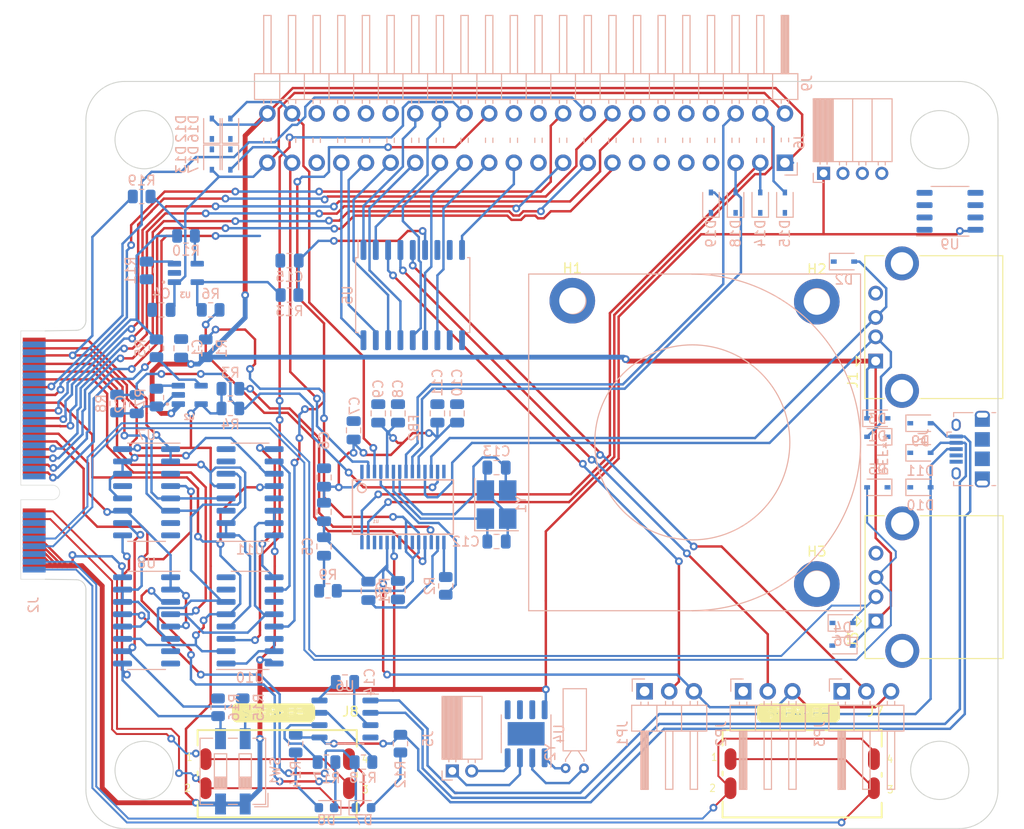
<source format=kicad_pcb>
(kicad_pcb (version 20211014) (generator pcbnew)
  (layers (0 "F.Cu" signal) (31 "B.Cu" signal) (34 "B.Paste" user) (35 "F.Paste" user) (36 "B.SilkS" user "B.Silkscreen") (37 "F.SilkS" user "F.Silkscreen") (38 "B.Mask" user) (39 "F.Mask" user) (44 "Edge.Cuts" user))
  (net 0 "")
  (net 1 "+5VP")
  (net 2 "Net-(C2-Pad1)")
  (net 3 "+3.3V")
  (net 4 "+3.3VP")
  (net 5 "/AVDD")
  (net 6 "/EXT_USB_X1")
  (net 7 "/SPK_LP")
  (net 8 "+5V")
  (net 9 "/SPK_LN")
  (net 10 "/USB3_D_P")
  (net 11 "/USB3_D_N")
  (net 12 "GND")
  (net 13 "/USB4_D_P")
  (net 14 "/SPK_RP")
  (net 15 "/USB4_D_N")
  (net 16 "/SPK_RN")
  (net 17 "/IO28")
  (net 18 "/IO29")
  (net 19 "/IO30")
  (net 20 "/CAM_D3_P")
  (net 21 "/IO31")
  (net 22 "/CAM_D3_N")
  (net 23 "/IO32")
  (net 24 "/IO33")
  (net 25 "/CAM_D2_P")
  (net 26 "/IO34")
  (net 27 "/CAM_D2_N")
  (net 28 "/IO35")
  (net 29 "/IO36")
  (net 30 "/CAM_C_P")
  (net 31 "/IO37")
  (net 32 "/CAM_C_N")
  (net 33 "/IO38")
  (net 34 "/IO39")
  (net 35 "/CAM_D1_P")
  (net 36 "/IO40")
  (net 37 "/CAM_D1_N")
  (net 38 "/IO41")
  (net 39 "/IO42")
  (net 40 "/IO43")
  (net 41 "/IO44")
  (net 42 "/IO45")
  (net 43 "/EXT_USB_X2")
  (net 44 "Net-(C14-Pad1)")
  (net 45 "Net-(C15-Pad2)")
  (net 46 "/EXT_USB_DP4")
  (net 47 "/EXT_USB_DM4")
  (net 48 "/UART_TX")
  (net 49 "Net-(D7-Pad2)")
  (net 50 "/UART_RX")
  (net 51 "Net-(D8-Pad2)")
  (net 52 "VBUS")
  (net 53 "Net-(D10-Pad2)")
  (net 54 "Net-(D11-Pad2)")
  (net 55 "/EXT_USB_DP1")
  (net 56 "/EXT_USB_DM1")
  (net 57 "/EXT_USB_DP2")
  (net 58 "/EXT_USB_DM2")
  (net 59 "/EXT_USB_DP3")
  (net 60 "/EXT_USB_DM3")
  (net 61 "Net-(FB1-Pad1)")
  (net 62 "/CAM_D0_P")
  (net 63 "/CAM_D0_N")
  (net 64 "Net-(J5-Pad1)")
  (net 67 "/EXT_GPIO0")
  (net 68 "/SPI_CS")
  (net 69 "/EXT_GPIO1")
  (net 70 "/SPI_MISO")
  (net 71 "/EXT_GPIO2")
  (net 72 "/I2C_SDA")
  (net 73 "/EXT_GPIO3")
  (net 74 "/I2C_SCL")
  (net 75 "/EXT_GPIO4")
  (net 76 "/EXT_GPIO5")
  (net 77 "/EXT_GPIO6")
  (net 78 "/GPIO_X1")
  (net 79 "/EXT_GPIO7")
  (net 80 "/GPIO_X2")
  (net 81 "Net-(JP1-Pad2)")
  (net 82 "Net-(JP2-Pad2)")
  (net 83 "Net-(JP3-Pad2)")
  (net 84 "Net-(R1-Pad2)")
  (net 85 "Net-(R2-Pad2)")
  (net 86 "Net-(R3-Pad1)")
  (net 87 "Net-(R5-Pad2)")
  (net 88 "Net-(R6-Pad1)")
  (net 89 "Net-(R7-Pad1)")
  (net 90 "Net-(R10-Pad2)")
  (net 91 "Net-(R11-Pad1)")
  (net 92 "/ID_A")
  (net 93 "/ID_B")
  (net 94 "Net-(R17-Pad1)")
  (net 95 "Net-(R18-Pad1)")
  (net 99 "Net-(U4-Pad1)")
  (net 100 "Net-(U4-Pad2)")
  (footprint "MountingHole:MountingHole_2.7mm_M2.5_DIN965_Pad" (layer "F.Cu") (at 172.2 113.6)
    (fp_text reference "H3")
    (fp_text value "MountingHole_Pad")
  )
  (footprint "MountingHole:MountingHole_2.7mm_M2.5_DIN965_Pad" (layer "F.Cu") (at 147 84.4)
    (fp_text reference "H1")
    (fp_text value "MountingHole_Pad")
  )
  (footprint "Connector_USB:USB_A_CONNFLY_DS1095-WNR0" (layer "F.Cu") (at 178.2955 117.419 90)
    (fp_text reference "J3")
    (fp_text value "USB_A")
  )
  (footprint "devterm-ext-outline:DevTerm-Speaker" (layer "F.Cu") (at 170.617896 126.718568)
    (fp_text reference "J7")
    (fp_text value "DevTermSpeaker")
  )
  (footprint "devterm-ext-outline:DevTerm-Speaker" (layer "F.Cu") (at 116.515896 126.718568)
    (fp_text reference "J8")
    (fp_text value "DevTermSpeaker")
  )
  (footprint "Connector_USB:USB_A_CONNFLY_DS1095-WNR0" (layer "F.Cu") (at 178.265 90.622 90)
    (fp_text reference "J1")
    (fp_text value "USB_A")
  )
  (footprint "MountingHole:MountingHole_2.7mm_M2.5_DIN965_Pad" (layer "F.Cu") (at 172.2 84.5)
    (fp_text reference "H2")
    (fp_text value "MountingHole_Pad")
  )
  (footprint "Connector_USB:USB_Micro-B_Amphenol_10118194_Horizontal" (layer "B.Cu") (at 187.96 99.695 -90)
    (fp_text reference "J4")
    (fp_text value "USB_B_Micro")
  )
  (footprint "Capacitor_SMD:C_0805_2012Metric" (layer "B.Cu") (at 117.856 80.264)
    (fp_text reference "C15")
    (fp_text value "100nF")
  )
  (footprint "Diode_SMD:D_SOD-323" (layer "B.Cu") (at 174.847444 119.944257 180)
    (fp_text reference "D4")
    (fp_text value "ESD")
  )
  (footprint "Resistor_SMD:R_0805_2012Metric" (layer "B.Cu") (at 110.49 126.301 90)
    (fp_text reference "R16")
    (fp_text value "100K")
  )
  (footprint "devterm-ext-outline:C64_expansion_2x22_socket" (layer "B.Cu") (at 168.915 67.64 90)
    (fp_text reference "J9")
    (fp_text value "Conn_02x22_Odd_Even")
  )
  (footprint "Capacitor_SMD:C_0805_2012Metric" (layer "B.Cu") (at 133.096 96.012 90)
    (fp_text reference "C11")
    (fp_text value "100nF")
  )
  (footprint "Button_Switch_SMD:SW_DIP_SPSTx02_Slide_6.7x6.64mm_W6.73mm_P2.54mm_LowProfile_JPin" (layer "B.Cu") (at 112.014 132.905 90)
    (fp_text reference "SW1")
    (fp_text value "SW_DIP_x02")
  )
  (footprint "Resistor_SMD:R_0805_2012Metric" (layer "B.Cu") (at 129.286 130.048 -90)
    (fp_text reference "R12")
    (fp_text value "1K")
  )
  (footprint "Capacitor_SMD:C_0805_2012Metric" (layer "B.Cu") (at 129.032 114.234 -90)
    (fp_text reference "C3")
    (fp_text value "100nF")
  )
  (footprint "Resistor_SMD:R_0805_2012Metric" (layer "B.Cu") (at 133.956 113.792 -90)
    (fp_text reference "R2")
    (fp_text value "680R/1%")
  )
  (footprint "Diode_SMD:D_SOD-323" (layer "B.Cu") (at 178.435 98.425 180)
    (fp_text reference "D3")
    (fp_text value "ESD")
  )
  (footprint "Connector_PinSocket_2.00mm:PinSocket_1x02_P2.00mm_Horizontal" (layer "B.Cu") (at 134.636 132.865 -90)
    (fp_text reference "J5")
    (fp_text value "JBAT")
  )
  (footprint "Package_SO:SOIC-16_3.9x9.9mm_P1.27mm" (layer "B.Cu") (at 113.792 117.348)
    (fp_text reference "U10")
    (fp_text value "4052")
  )
  (footprint "Crystal:Crystal_DS26_D2.0mm_L6.0mm_Horizontal" (layer "B.Cu") (at 146.304 132.588)
    (fp_text reference "Y2")
    (fp_text value "32.768KHz")
  )
  (footprint "Diode_SMD:D_SOD-323" (layer "B.Cu") (at 163.83 74.295 90)
    (fp_text reference "D18")
    (fp_text value "ESD")
  )
  (footprint "Diode_SMD:D_SOD-323" (layer "B.Cu") (at 182.88 97.028)
    (fp_text reference "D9")
    (fp_text value "ESD")
  )
  (footprint "Resistor_SMD:R_0805_2012Metric" (layer "B.Cu") (at 102.616 73.66 180)
    (fp_text reference "R19")
    (fp_text value "100K")
  )
  (footprint "Capacitor_SMD:C_0805_2012Metric" (layer "B.Cu") (at 139.192 101.6 180)
    (fp_text reference "C13")
    (fp_text value "20pF")
  )
  (footprint "Resistor_SMD:R_0805_2012Metric" (layer "B.Cu") (at 121.8165 114.3 180)
    (fp_text reference "R9")
    (fp_text value "30K")
  )
  (footprint "Capacitor_SMD:C_0805_2012Metric" (layer "B.Cu") (at 102.108 95.062 -90)
    (fp_text reference "C2")
    (fp_text value "1uF")
  )
  (footprint "Capacitor_SMD:C_0805_2012Metric" (layer "B.Cu") (at 129.032 96.012 90)
    (fp_text reference "C8")
    (fp_text value "100nF")
  )
  (footprint "Package_SO:SOIC-16_3.9x9.9mm_P1.27mm" (layer "B.Cu") (at 113.792 104.14)
    (fp_text reference "U11")
    (fp_text value "4052")
  )
  (footprint "Package_SO:SOP-8_3.9x4.9mm_P1.27mm" (layer "B.Cu") (at 185.928 75.184)
    (fp_text reference "U9")
    (fp_text value "gp7101")
  )
  (footprint "Capacitor_SMD:C_0805_2012Metric" (layer "B.Cu") (at 139.192 109.22)
    (fp_text reference "C12")
    (fp_text value "20pF")
  )
  (footprint "Diode_SMD:D_SOD-323" (layer "B.Cu") (at 111.76 66.675 90)
    (fp_text reference "D16")
    (fp_text value "ESD")
  )
  (footprint "Resistor_SMD:R_0805_2012Metric" (layer "B.Cu") (at 100.076 94.996 -90)
    (fp_text reference "R8")
    (fp_text value "47K")
  )
  (footprint "Resistor_SMD:R_0805_2012Metric" (layer "B.Cu") (at 103.124 81.28 -90)
    (fp_text reference "R11")
    (fp_text value "6.8K/1%")
  )
  (footprint "Diode_SMD:D_SOD-323" (layer "B.Cu") (at 182.88 100.076)
    (fp_text reference "D11")
    (fp_text value "ESD")
  )
  (footprint "Capacitor_SMD:C_0805_2012Metric" (layer "B.Cu") (at 127 96.012 90)
    (fp_text reference "C9")
    (fp_text value "1uF")
  )
  (footprint "Connector_PinHeader_2.54mm:PinHeader_1x03_P2.54mm_Horizontal" (layer "B.Cu") (at 164.607 124.657 -90)
    (fp_text reference "JP2")
    (fp_text value "A1")
  )
  (footprint "Resistor_SMD:R_0805_2012Metric" (layer "B.Cu") (at 125.476 131.953 180)
    (fp_text reference "R18")
    (fp_text value "1K")
  )
  (footprint "Capacitor_SMD:C_0805_2012Metric" (layer "B.Cu") (at 123.571 123.698)
    (fp_text reference "C14")
    (fp_text value "100nF")
  )
  (footprint "mpcie:mini-PCIe" (layer "B.Cu") (at 90.164412 104.159558 90)
    (fp_text reference "J2")
    (fp_text value "EXT_miniPCIe")
    (fp_line (start 0.75 0) (end 16.65 0) (layer "Edge.Cuts") (width 0.05))
    (fp_line (start -8.95 0) (end -8.95 2.5) (layer "Edge.Cuts") (width 0.05))
    (fp_line (start -0.75 0) (end -0.75 3.25) (layer "Edge.Cuts") (width 0.05))
    (fp_line (start 16.65 0) (end 16.65 2.5) (layer "Edge.Cuts") (width 0.05))
    (fp_line (start -0.75 0) (end -8.95 0) (layer "Edge.Cuts") (width 0.05))
    (fp_line (start 0.75 0) (end 0.75 3.25) (layer "Edge.Cuts") (width 0.05))
    (fp_arc (start 0.75 3.25) (mid 0 4) (end -0.75 3.25) (layer "Edge.Cuts") (width 0.05))
  )
  (footprint "Connector_PinHeader_2.54mm:PinHeader_1x03_P2.54mm_Horizontal" (layer "B.Cu") (at 174.767 124.657 -90)
    (fp_text reference "JP3")
    (fp_text value "A0")
  )
  (footprint "Package_SO:SOIC-18W_7.5x11.6mm_P1.27mm" (layer "B.Cu") (at 130.556 83.82 -90)
    (fp_text reference "U5")
    (fp_text value "MCP23008-xSS")
  )
  (footprint "SY6280:SOT23-5P95_285X100L45X40N" (layer "B.Cu") (at 107.569 94.107)
    (fp_text reference "U2")
    (fp_text value "SY6280")
  )
  (footprint "GL850G:SSOP28" (layer "B.Cu") (at 129.54 105.664)
    (fp_text reference "U1")
    (fp_text value "GL850G")
  )
  (footprint "Resistor_SMD:R_0805_2012Metric" (layer "B.Cu") (at 107.188 77.724)
    (fp_text reference "R10")
    (fp_text value "10K")
  )
  (footprint "Capacitor_SMD:C_0805_2012Metric" (layer "B.Cu") (at 124.46 97.755778 90)
    (fp_text reference "C7")
    (fp_text value "100nF")
  )
  (footprint "Diode_SMD:D_SOD-323" (layer "B.Cu") (at 182.88 103.632)
    (fp_text reference "D10")
    (fp_text value "ESD")
  )
  (footprint "Capacitor_SMD:C_0805_2012Metric" (layer "B.Cu") (at 135.128 96.012 90)
    (fp_text reference "C10")
    (fp_text value "1uF")
  )
  (footprint "SY6280:SOT23-5P95_285X100L45X40N" (layer "B.Cu") (at 107.17 81.534)
    (fp_text reference "U3")
    (fp_text value "SY6280")
  )
  (footprint "Capacitor_SMD:C_0805_2012Metric" (layer "B.Cu") (at 125.984 114.3 90)
    (fp_text reference "FB1")
    (fp_text value "FerriteBead")
  )
  (footprint "Resistor_SMD:R_0805_2012Metric" (layer "B.Cu") (at 118.491 130.048 -90)
    (fp_text reference "R14")
    (fp_text value "1K")
  )
  (footprint "Package_SO:SOIC-16_3.9x9.9mm_P1.27mm" (layer "B.Cu") (at 103.124 117.348 180)
    (fp_text reference "U8")
    (fp_text value "4052")
  )
  (footprint "Resistor_SMD:R_0805_2012Metric" (layer "B.Cu") (at 104.14 94.3845 -90)
    (fp_text reference "R7")
    (fp_text value "6.8K/1%")
  )
  (footprint "Diode_SMD:D_SOD-323" (layer "B.Cu") (at 161.29 74.295 90)
    (fp_text reference "D19")
    (fp_text value "ESD")
  )
  (footprint "Capacitor_SMD:C_0805_2012Metric" (layer "B.Cu") (at 104.648 85.344 180)
    (fp_text reference "C4")
    (fp_text value "10uF")
  )
  (footprint "Resistor_SMD:R_0805_2012Metric" (layer "B.Cu") (at 113.03 126.301 90)
    (fp_text reference "R15")
    (fp_text value "100K")
  )
  (footprint "Package_SO:SOP-8_3.9x4.9mm_P1.27mm" (layer "B.Cu") (at 123.571 127.508 180)
    (fp_text reference "U6")
    (fp_text value "CH340N")
  )
  (footprint "Resistor_SMD:R_0805_2012Metric" (layer "B.Cu") (at 117.856 83.82)
    (fp_text reference "R13")
    (fp_text value "15K")
  )
  (footprint "Capacitor_SMD:C_0805_2012Metric" (layer "B.Cu") (at 121.409743 109.728 -90)
    (fp_text reference "C5")
    (fp_text value "10uF")
  )
  (footprint "Connector_PinHeader_2.54mm:PinHeader_1x03_P2.54mm_Horizontal" (layer "B.Cu") (at 154.447 124.657 -90)
    (fp_text reference "JP1")
    (fp_text value "A2")
  )
  (footprint "Diode_SMD:D_SOD-323" (layer "B.Cu") (at 168.91 74.295 90)
    (fp_text reference "D15")
    (fp_text value "ESD")
  )
  (footprint "Diode_SMD:D_SOD-323" (layer "B.Cu") (at 178.435 103.632 180)
    (fp_text reference "D5")
    (fp_text value "ESD")
  )
  (footprint "Resistor_SMD:R_0805_2012Metric" (layer "B.Cu") (at 121.666 131.953)
    (fp_text reference "R17")
    (fp_text value "1K")
  )
  (footprint "Resistor_SMD:R_0805_2012Metric" (layer "B.Cu") (at 104.14 89.3045 -90)
    (fp_text reference "R5")
    (fp_text value "10K")
  )
  (footprint "Capacitor_SMD:C_0805_2012Metric" (layer "B.Cu") (at 106.68 89.3045 90)
    (fp_text reference "C1")
    (fp_text value "10uF")
  )
  (footprint "Diode_SMD:D_SOD-323" (layer "B.Cu") (at 109.855 66.675 90)
    (fp_text reference "D12")
    (fp_text value "ESD")
  )
  (footprint "Resistor_SMD:R_0805_2012Metric" (layer "B.Cu") (at 109.728 85.344 180)
    (fp_text reference "R6")
    (fp_text value "100K")
  )
  (footprint "Package_SO:SOIC-8-1EP_3.9x4.9mm_P1.27mm_EP2.41x3.81mm" (layer "B.Cu") (at 142.24 129.032 90)
    (fp_text reference "U4")
    (fp_text value "DS1307+")
  )
  (footprint "Crystal:Crystal_SMD_3225-4Pin_3.2x2.5mm_HandSoldering" (layer "B.Cu") (at 139.192 105.41 90)
    (fp_text reference "Y1")
    (fp_text value "12MHz")
  )
  (footprint "Resistor_SMD:R_0805_2012Metric" (layer "B.Cu") (at 109.22 89.3045 90)
    (fp_text reference "R1")
    (fp_text value "30K")
  )
  (footprint "LED_SMD:LED_0603_1608Metric" (layer "B.Cu") (at 121.666 136.652 180)
    (fp_text reference "D8")
    (fp_text value "LED")
  )
  (footprint "LED_SMD:LED_0603_1608Metric" (layer "B.Cu") (at 125.476 136.652)
    (fp_text reference "D7")
    (fp_text value "LED")
  )
  (footprint "Diode_SMD:D_SOD-323" (layer "B.Cu") (at 178.435 96.52)
    (fp_text reference "D1")
    (fp_text value "ESD")
  )
  (footprint "Diode_SMD:D_SOD-323" (layer "B.Cu") (at 166.37 74.295 90)
    (fp_text reference "D14")
    (fp_text value "ESD")
  )
  (footprint "Diode_SMD:D_SOD-323" (layer "B.Cu") (at 174.997787 80.367563)
    (fp_text reference "D2")
    (fp_text value "ESD")
  )
  (footprint "Diode_SMD:D_SOD-323" (layer "B.Cu") (at 109.855 69.85 -90)
    (fp_text reference "D13")
    (fp_text value "ESD")
  )
  (footprint "Diode_SMD:D_SOD-323" (layer "B.Cu") (at 174.86668 117.610713)
    (fp_text reference "D6")
    (fp_text value "ESD")
  )
  (footprint "Diode_SMD:D_SOD-323" (layer "B.Cu") (at 111.76 69.85 -90)
    (fp_text reference "D17")
    (fp_text value "ESD")
  )
  (footprint "Capacitor_SMD:C_0805_2012Metric" (layer "B.Cu") (at 121.409743 106.172 90)
    (fp_text reference "FB2")
    (fp_text value "FerriteBead")
  )
  (footprint "Resistor_SMD:R_0805_2012Metric" (layer "B.Cu") (at 111.76 93.472 180)
    (fp_text reference "R3")
    (fp_text value "100K")
  )
  (footprint "devterm-ext-outline:turbo_fan_3505" (layer "B.Cu") (at 179.705 99.05 90)
    (fp_text reference "REF**")
    (fp_text value "turbo_fan_3505")
  )
  (footprint "Package_SO:SOIC-16_3.9x9.9mm_P1.27mm" (layer "B.Cu") (at 103.124 104.14 180)
    (fp_text reference "U7")
    (fp_text value "4052")
  )
  (footprint "Capacitor_SMD:C_0805_2012Metric" (layer "B.Cu") (at 121.412 102.616 90)
    (fp_text reference "C6")
    (fp_text value "100nF")
  )
  (footprint "Connector_PinSocket_2.00mm:PinSocket_1x04_P2.00mm_Horizontal" (layer "B.Cu") (at 172.895 71.27 -90)
    (fp_text reference "J6")
    (fp_text value "Conn_01x04")
  )
  (footprint "Resistor_SMD:R_0805_2012Metric" (layer "B.Cu") (at 111.76 95.504)
    (fp_text reference "R4")
    (fp_text value "10K")
  )
  (gr_line (start 92.664412 113.109558) (end 95.870014 113.15319) (layer "Edge.Cuts") (width 0.1))
  (gr_line (start 96.870012 65.803272) (end 96.870012 86.453218) (layer "Edge.Cuts") (width 0.1))
  (gr_arc (start 96.870012 65.803272) (mid 98.041606 62.974868) (end 100.870004 61.80328) (layer "Edge.Cuts") (width 0.1))
  (gr_line (start 96.870012 114.153188) (end 96.870012 134.803134) (layer "Edge.Cuts") (width 0.1))
  (gr_arc (start 186.870086 61.80328) (mid 189.698549 62.974813) (end 190.870078 65.803272) (layer "Edge.Cuts") (width 0.1))
  (gr_line (start 92.664412 87.509558) (end 95.870014 87.453216) (layer "Edge.Cuts") (width 0.1))
  (gr_circle (center 102.87 67.803268) (end 105.869994 67.803268) (layer "Edge.Cuts") (width 0.1) (fill none))
  (gr_line (start 186.870086 61.80328) (end 100.870004 61.80328) (layer "Edge.Cuts") (width 0.1))
  (gr_line (start 100.870004 138.803126) (end 186.870086 138.803126) (layer "Edge.Cuts") (width 0.1))
  (gr_arc (start 190.870078 134.803134) (mid 189.698485 137.631533) (end 186.870086 138.803126) (layer "Edge.Cuts") (width 0.1))
  (gr_arc (start 95.870014 113.15319) (mid 96.577107 113.446085) (end 96.870012 114.153188) (layer "Edge.Cuts") (width 0.1))
  (gr_circle (center 102.87 132.803138) (end 105.869994 132.803138) (layer "Edge.Cuts") (width 0.1) (fill none))
  (gr_circle (center 184.87009 67.803268) (end 187.870084 67.803268) (layer "Edge.Cuts") (width 0.1) (fill none))
  (gr_arc (start 96.870012 86.453218) (mid 96.577134 87.16035) (end 95.870014 87.453216) (layer "Edge.Cuts") (width 0.1))
  (gr_circle (center 184.87009 132.803138) (end 187.870084 132.803138) (layer "Edge.Cuts") (width 0.1) (fill none))
  (gr_line (start 190.870078 134.803134) (end 190.870078 121.053098) (layer "Edge.Cuts") (width 0.1))
  (gr_line (start 190.870078 121.053098) (end 190.870078 79.553308) (layer "Edge.Cuts") (width 0.1))
  (gr_arc (start 100.870004 138.803126) (mid 98.041596 137.631551) (end 96.870012 134.803134) (layer "Edge.Cuts") (width 0.1))
  (gr_line (start 190.870078 79.553308) (end 190.870078 65.803272) (layer "Edge.Cuts") (width 0.1))
  (segment (start 167.960701 62.484) (end 170.688 65.211299) (width 0.25) (layer "F.Cu") (net 1))
  (segment (start 179.832 110.418249) (end 179.832 115.8825) (width 0.25) (layer "F.Cu") (net 1))
  (segment (start 170.688 65.211299) (end 170.688 68.58) (width 0.25) (layer "F.Cu") (net 1))
  (segment (start 103.699 95.063) (end 103.699 91.694918) (width 0.5) (layer "F.Cu") (net 1))
  (segment (start 104.648 96.012) (end 103.699 95.063) (width 0.5) (layer "F.Cu") (net 1))
  (segment (start 178.265 108.851249) (end 179.832 110.418249) (width 0.25) (layer "F.Cu") (net 1))
  (segment (start 152.6985 90.622) (end 178.265 90.622) (width 0.5) (layer "F.Cu") (net 1))
  (segment (start 105.664 96.012) (end 104.648 96.012) (width 0.5) (layer "F.Cu") (net 1))
  (segment (start 169.088 70.18) (end 168.915 70.18) (width 0.25) (layer "F.Cu") (net 1))
  (segment (start 113.284 67.391) (end 115.575 65.1) (width 0.5) (layer "F.Cu") (net 1))
  (segment (start 104.461918 90.932) (end 107.696 90.932) (width 0.5) (layer "F.Cu") (net 1))
  (segment (start 170.688 68.58) (end 169.088 70.18) (width 0.25) (layer "F.Cu") (net 1))
  (segment (start 118.191 62.484) (end 167.960701 62.484) (width 0.25) (layer "F.Cu") (net 1))
  (segment (start 179.832 115.8825) (end 178.2955 117.419) (width 0.25) (layer "F.Cu") (net 1))
  (segment (start 178.265 90.622) (end 178.265 108.851249) (width 0.25) (layer "F.Cu") (net 1))
  (segment (start 152.5005 90.424) (end 152.6985 90.622) (width 0.25) (layer "F.Cu") (net 1))
  (segment (start 103.699 91.694918) (end 104.461918 90.932) (width 0.5) (layer "F.Cu") (net 1))
  (segment (start 113.284 83.82) (end 113.284 67.391) (width 0.5) (layer "F.Cu") (net 1))
  (segment (start 115.575 65.1) (end 118.191 62.484) (width 0.25) (layer "F.Cu") (net 1))
  (via (at 152.5005 90.424) (size 0.8) (drill 0.4) (layers "F.Cu" "B.Cu") (net 1))
  (via (at 113.284 83.82) (size 0.8) (drill 0.4) (layers "F.Cu" "B.Cu") (net 1))
  (via (at 105.664 96.012) (size 0.8) (drill 0.4) (layers "F.Cu" "B.Cu") (net 1))
  (via (at 107.696 90.932) (size 0.8) (drill 0.4) (layers "F.Cu" "B.Cu") (net 1))
  (segment (start 175.897444 119.944257) (end 175.897444 119.817056) (width 0.25) (layer "B.Cu") (net 1))
  (segment (start 107.0185 90.2545) (end 107.696 90.932) (width 0.25) (layer "B.Cu") (net 1))
  (segment (start 105.664 96.012) (end 106.394 95.282) (width 0.5) (layer "B.Cu") (net 1))
  (segment (start 109.22 90.217) (end 113.284 86.153) (width 0.5) (layer "B.Cu") (net 1))
  (segment (start 152.5005 90.424) (end 152.2935 90.217) (width 0.25) (layer "B.Cu") (net 1))
  (segment (start 177.385 91.502) (end 178.265 90.622) (width 0.25) (layer "B.Cu") (net 1))
  (segment (start 107.696 90.932) (end 108.505 90.932) (width 0.5) (layer "B.Cu") (net 1))
  (segment (start 114.425 66.25) (end 115.575 65.1) (width 0.25) (layer "B.Cu") (net 1))
  (segment (start 106.394 95.282) (end 106.394 95.057) (width 0.25) (layer "B.Cu") (net 1))
  (segment (start 152.2935 90.217) (end 109.22 90.217) (width 0.5) (layer "B.Cu") (net 1))
  (segment (start 106.68 90.2545) (end 107.0185 90.2545) (width 0.25) (layer "B.Cu") (net 1))
  (segment (start 108.505 90.932) (end 109.22 90.217) (width 0.5) (layer "B.Cu") (net 1))
  (segment (start 113.284 86.153) (end 113.284 83.82) (width 0.5) (layer "B.Cu") (net 1))
  (segment (start 110.48 66.25) (end 114.425 66.25) (width 0.25) (layer "B.Cu") (net 1))
  (segment (start 169.748 70.18) (end 168.915 70.18) (width 0.25) (layer "B.Cu") (net 1))
  (segment (start 106.7175 90.217) (end 106.68 90.2545) (width 0.25) (layer "B.Cu") (net 1))
  (segment (start 177.385 96.52) (end 177.385 91.502) (width 0.25) (layer "B.Cu") (net 1))
  (segment (start 109.855 65.625) (end 110.48 66.25) (width 0.25) (layer "B.Cu") (net 1))
  (segment (start 175.897444 119.817056) (end 178.2955 117.419) (width 0.25) (layer "B.Cu") (net 1))
  (segment (start 123.952 102.108) (end 125.476 103.632) (width 0.25) (layer "F.Cu") (net 2))
  (segment (start 104.648 91.948) (end 108.712 91.948) (width 0.25) (layer "F.Cu") (net 2))
  (segment (start 125.476 103.632) (end 132.588 103.632) (width 0.25) (layer "F.Cu") (net 2))
  (via (at 108.712 91.948) (size 0.8) (drill 0.4) (layers "F.Cu" "B.Cu") (net 2))
  (via (at 123.952 102.108) (size 0.8) (drill 0.4) (layers "F.Cu" "B.Cu") (net 2))
  (via (at 132.588 103.632) (size 0.8) (drill 0.4) (layers "F.Cu" "B.Cu") (net 2))
  (via (at 104.648 91.948) (size 0.8) (drill 0.4) (layers "F.Cu" "B.Cu") (net 2))
  (segment (start 133.115 103.105) (end 133.115 102.008) (width 0.25) (layer "B.Cu") (net 2))
  (segment (start 102.108 92.964) (end 102.108 94.112) (width 0.25) (layer "B.Cu") (net 2))
  (segment (start 100.1045 94.112) (end 100.076 94.0835) (width 0.25) (layer "B.Cu") (net 2))
  (segment (start 118.872 93.98) (end 120.2375 95.3455) (width 0.25) (layer "B.Cu") (net 2))
  (segment (start 111.76 94.5915) (end 112.6725 95.504) (width 0.25) (layer "B.Cu") (net 2))
  (segment (start 132.588 103.632) (end 133.115 103.105) (width 0.25) (layer "B.Cu") (net 2))
  (segment (start 120.2375 98.3935) (end 123.952 102.108) (width 0.25) (layer "B.Cu") (net 2))
  (segment (start 112.6725 95.504) (end 113.284 95.504) (width 0.25) (layer "B.Cu") (net 2))
  (segment (start 111.76 92.858827) (end 111.76 94.5915) (width 0.25) (layer "B.Cu") (net 2))
  (segment (start 114.808 93.98) (end 118.872 93.98) (width 0.25) (layer "B.Cu") (net 2))
  (segment (start 104.648 91.948) (end 103.124 91.948) (width 0.25) (layer "B.Cu") (net 2))
  (segment (start 120.2375 95.3455) (end 120.2375 98.3935) (width 0.25) (layer "B.Cu") (net 2))
  (segment (start 108.712 91.948) (end 110.849173 91.948) (width 0.25) (layer "B.Cu") (net 2))
  (segment (start 102.108 94.112) (end 100.1045 94.112) (width 0.25) (layer "B.Cu") (net 2))
  (segment (start 103.124 91.948) (end 102.108 92.964) (width 0.25) (layer "B.Cu") (net 2))
  (segment (start 110.849173 91.948) (end 111.76 92.858827) (width 0.25) (layer "B.Cu") (net 2))
  (segment (start 113.284 95.504) (end 114.808 93.98) (width 0.25) (layer "B.Cu") (net 2))
  (segment (start 127.508 122.529) (end 127.508 113.5755) (width 0.25) (layer "F.Cu") (net 3))
  (segment (start 178.210557 126.293443) (end 171.323443 126.293443) (width 0.25) (layer "F.Cu") (net 3))
  (segment (start 171.323443 126.293443) (end 169.687 124.657) (width 0.25) (layer "F.Cu") (net 3))
  (segment (start 179.847 124.657) (end 178.210557 126.293443) (width 0.25) (layer "F.Cu") (net 3))
  (segment (start 127.508 113.792) (end 127.508 113.5755) (width 0.25) (layer "F.Cu") (net 3))
  (segment (start 127.915 122.936) (end 127.508 122.529) (width 0.25) (layer "F.Cu") (net 3))
  (segment (start 159.527 124.657) (end 159.527 124.953) (width 0.25) (layer "F.Cu") (net 3))
  (segment (start 159.527 124.953) (end 159.512 124.968) (width 0.25) (layer "F.Cu") (net 3))
  (via (at 127.508 113.5755) (size 0.8) (drill 0.4) (layers "F.Cu" "B.Cu") (net 3))
  (via (at 127.915 122.936) (size 0.8) (drill 0.4) (layers "F.Cu" "B.Cu") (net 3))
  (segment (start 127.508 112.268) (end 127.915 111.861) (width 0.25) (layer "B.Cu") (net 3))
  (segment (start 127.915 122.936) (end 157.806 122.936) (width 0.25) (layer "B.Cu") (net 3))
  (segment (start 108.345 82.484) (end 108.345 84.8735) (width 0.25) (layer "B.Cu") (net 3))
  (segment (start 127.915 112.167) (end 127.915 111.861) (width 0.25) (layer "B.Cu") (net 3))
  (segment (start 127.508 113.5755) (end 127.508 112.268) (width 0.25) (layer "B.Cu") (net 3))
  (segment (start 115.6075 82.484) (end 116.9435 83.82) (width 0.25) (layer "B.Cu") (net 3))
  (segment (start 127.915 111.861) (end 127.915 111.659) (width 0.25) (layer "B.Cu") (net 3))
  (segment (start 121.412 108.778) (end 121.409743 108.778) (width 0.25) (layer "B.Cu") (net 3))
  (segment (start 125.984 113.35) (end 126.224 113.35) (width 0.25) (layer "B.Cu") (net 3))
  (segment (start 125.984 113.35) (end 121.412 108.778) (width 0.25) (layer "B.Cu") (net 3))
  (segment (start 168.050557 126.293443) (end 161.163443 126.293443) (width 0.25) (layer "B.Cu") (net 3))
  (segment (start 169.687 124.657) (end 168.050557 126.293443) (width 0.25) (layer "B.Cu") (net 3))
  (segment (start 129.032 113.284) (end 127.915 112.167) (width 0.25) (layer "B.Cu") (net 3))
  (segment (start 126.224 113.35) (end 127.915 111.659) (width 0.25) (layer "B.Cu") (net 3))
  (segment (start 127.915 111.659) (end 127.915 109.32) (width 0.25) (layer "B.Cu") (net 3))
  (segment (start 157.806 122.936) (end 159.527 124.657) (width 0.25) (layer "B.Cu") (net 3))
  (segment (start 108.345 84.8735) (end 108.8155 85.344) (width 0.25) (layer "B.Cu") (net 3))
  (segment (start 121.409743 108.778) (end 121.409743 107.122) (width 0.25) (layer "B.Cu") (net 3))
  (segment (start 108.345 82.484) (end 115.6075 82.484) (width 0.25) (layer "B.Cu") (net 3))
  (segment (start 161.163443 126.293443) (end 159.527 124.657) (width 0.25) (layer "B.Cu") (net 3))
  (segment (start 116.75 64.606) (end 118.364 62.992) (width 0.25) (layer "F.Cu") (net 4))
  (segment (start 118.364 62.992) (end 166.807 62.992) (width 0.25) (layer "F.Cu") (net 4))
  (segment (start 115.575 70.18) (end 116.75 69.005) (width 0.25) (layer "F.Cu") (net 4))
  (segment (start 166.807 62.992) (end 168.915 65.1) (width 0.25) (layer "F.Cu") (net 4))
  (segment (start 116.75 69.005) (end 116.75 64.606) (width 0.25) (layer "F.Cu") (net 4))
  (segment (start 110.583 71.628) (end 114.127 71.628) (width 0.25) (layer "B.Cu") (net 4))
  (segment (start 103.737173 73.66) (end 107.113 77.035827) (width 0.25) (layer "B.Cu") (net 4))
  (segment (start 106.492 82.484) (end 105.995 82.484) (width 0.25) (layer "B.Cu") (net 4))
  (segment (start 114.127 71.628) (end 115.575 70.18) (width 0.25) (layer "B.Cu") (net 4))
  (segment (start 107.113 77.035827) (end 107.113 75.098) (width 0.25) (layer "B.Cu") (net 4))
  (segment (start 105.995 82.484) (end 105.995 84.947) (width 0.25) (layer "B.Cu") (net 4))
  (segment (start 103.5285 73.66) (end 103.737173 73.66) (width 0.25) (layer "B.Cu") (net 4))
  (segment (start 105.995 84.947) (end 105.598 85.344) (width 0.25) (layer "B.Cu") (net 4))
  (segment (start 107.113 77.035827) (end 107.113 81.863) (width 0.25) (layer "B.Cu") (net 4))
  (segment (start 107.113 81.863) (end 106.492 82.484) (width 0.25) (layer "B.Cu") (net 4))
  (segment (start 107.113 75.098) (end 110.583 71.628) (width 0.25) (layer "B.Cu") (net 4))
  (segment (start 109.855 70.9) (end 110.583 71.628) (width 0.25) (layer "B.Cu") (net 4))
  (segment (start 129.54 99.06) (end 129.032 99.06) (width 0.25) (layer "F.Cu") (net 5))
  (segment (start 129.032 99.06) (end 128.524 98.552) (width 0.25) (layer "F.Cu") (net 5))
  (segment (start 125.476 100.076) (end 125.693 100.293) (width 0.25) (layer "F.Cu") (net 5))
  (segment (start 122.936 101.092) (end 122.936 103.632) (width 0.25) (layer "F.Cu") (net 5))
  (segment (start 124.46 100.076) (end 123.952 100.076) (width 0.25) (layer "F.Cu") (net 5))
  (segment (start 129.54 99.06) (end 130.556 98.044) (width 0.25) (layer "F.Cu") (net 5))
  (segment (start 130.556 98.044) (end 132.232302 98.044) (width 0.25) (layer "F.Cu") (net 5))
  (segment (start 123.952 100.076) (end 122.936 101.092) (width 0.25) (layer "F.Cu") (net 5))
  (segment (start 125.693 100.293) (end 128.307 100.293) (width 0.25) (layer "F.Cu") (net 5))
  (segment (start 128.307 100.293) (end 129.54 99.06) (width 0.25) (layer "F.Cu") (net 5))
  (via (at 125.476 100.076) (size 0.8) (drill 0.4) (layers "F.Cu" "B.Cu") (net 5))
  (via (at 128.524 98.552) (size 0.8) (drill 0.4) (layers "F.Cu" "B.Cu") (net 5))
  (via (at 124.46 100.076) (size 0.8) (drill 0.4) (layers "F.Cu" "B.Cu") (net 5))
  (via (at 132.232302 98.044) (size 0.8) (drill 0.4) (layers "F.Cu" "B.Cu") (net 5))
  (via (at 122.936 103.632) (size 0.8) (drill 0.4) (layers "F.Cu" "B.Cu") (net 5))
  (segment (start 121.409743 103.568257) (end 121.412 103.566) (width 0.25) (layer "B.Cu") (net 5))
  (segment (start 131.165 102.008) (end 131.165 100.483) (width 0.25) (layer "B.Cu") (net 5))
  (segment (start 131.165 100.483) (end 133.096 98.552) (width 0.25) (layer "B.Cu") (net 5))
  (segment (start 134.686 96.962) (end 135.128 96.962) (width 0.25) (layer "B.Cu") (net 5))
  (segment (start 122.87 103.566) (end 122.936 103.632) (width 0.25) (layer "B.Cu") (net 5))
  (segment (start 121.409743 105.222) (end 121.409743 103.568257) (width 0.25) (layer "B.Cu") (net 5))
  (segment (start 132.232302 98.044) (end 132.588 98.044) (width 0.25) (layer "B.Cu") (net 5))
  (segment (start 125.315 102.008) (end 125.315 102.777) (width 0.25) (layer "B.Cu") (net 5))
  (segment (start 128.117 97.877) (end 129.032 96.962) (width 0.25) (layer "B.Cu") (net 5))
  (segment (start 121.412 103.566) (end 122.87 103.566) (width 0.25) (layer "B.Cu") (net 5))
  (segment (start 127.915 102.008) (end 127.915 97.877) (width 0.25) (layer "B.Cu") (net 5))
  (segment (start 124.46 99.06) (end 125.476 100.076) (width 0.25) (layer "B.Cu") (net 5))
  (segment (start 125.315 102.777) (end 124.46 103.632) (width 0.25) (layer "B.Cu") (net 5))
  (segment (start 124.46 98.705778) (end 124.46 100.076) (width 0.25) (layer "B.Cu") (net 5))
  (segment (start 127.915 97.877) (end 127 96.962) (width 0.25) (layer "B.Cu") (net 5))
  (segment (start 133.096 98.552) (end 134.686 96.962) (width 0.25) (layer "B.Cu") (net 5))
  (segment (start 127.915 97.877) (end 128.117 97.877) (width 0.25) (layer "B.Cu") (net 5))
  (segment (start 128.117 98.145) (end 128.117 97.877) (width 0.25) (layer "B.Cu") (net 5))
  (segment (start 128.524 98.552) (end 128.117 98.145) (width 0.25) (layer "B.Cu") (net 5))
  (segment (start 133.096 98.552) (end 133.096 96.962) (width 0.25) (layer "B.Cu") (net 5))
  (segment (start 132.588 98.044) (end 133.096 98.552) (width 0.25) (layer "B.Cu") (net 5))
  (segment (start 124.46 103.632) (end 122.936 103.632) (width 0.25) (layer "B.Cu") (net 5))
  (segment (start 124.46 98.705778) (end 124.46 99.06) (width 0.25) (layer "B.Cu") (net 5))
  (segment (start 129.191 104.669299) (end 128.565 104.043299) (width 0.25) (layer "B.Cu") (net 6))
  (segment (start 138.242 109.22) (end 138.242 107.06) (width 0.25) (layer "B.Cu") (net 6))
  (segment (start 128.565 104.043299) (end 128.565 102.008) (width 0.25) (layer "B.Cu") (net 6))
  (segment (start 129.191 104.678604) (end 129.191 104.669299) (width 0.25) (layer "B.Cu") (net 6))
  (segment (start 138.242 107.06) (end 138.042 106.86) (width 0.25) (layer "B.Cu") (net 6))
  (segment (start 138.042 106.86) (end 131.372396 106.86) (width 0.25) (layer "B.Cu") (net 6))
  (segment (start 131.372396 106.86) (end 129.191 104.678604) (width 0.25) (layer "B.Cu") (net 6))
  (segment (start 178.085496 134.643368) (end 175.088296 131.646168) (width 0.2) (layer "F.Cu") (net 7))
  (segment (start 178.085496 134.643368) (end 178.085496 134.842504) (width 0.2) (layer "F.Cu") (net 7))
  (segment (start 178.085496 134.842504) (end 174.752 138.176) (width 0.2) (layer "F.Cu") (net 7))
  (segment (start 175.088296 131.646168) (end 163.302696 131.646168) (width 0.2) (layer "F.Cu") (net 7))
  (via (at 174.752 138.176) (size 0.8) (drill 0.4) (layers "F.Cu" "B.Cu") (net 7))
  (segment (start 101.092 138.176) (end 174.752 138.176) (width 0.2) (layer "B.Cu") (net 7))
  (segment (start 95.853558 112.109558) (end 97.536 113.792001) (width 0.2) (layer "B.Cu") (net 7))
  (segment (start 97.536 113.792001) (end 97.536 134.62) (width 0.2) (layer "B.Cu") (net 7))
  (segment (start 91.539412 112.109558) (end 95.853558 112.109558) (width 0.2) (layer "B.Cu") (net 7))
  (segment (start 97.536 134.62) (end 101.092 138.176) (width 0.2) (layer "B.Cu") (net 7))
  (segment (start 114.808 123.952) (end 114.808 124.46) (width 0.25) (layer "F.Cu") (net 8))
  (segment (start 144.272 108.178597) (end 144.272 115.316) (width 0.25) (layer "F.Cu") (net 8))
  (segment (start 114.808 121.420598) (end 114.808 123.952) (width 0.5) (layer "F.Cu") (net 8))
  (segment (start 93.929558 111.709558) (end 94.437558 111.709558) (width 0.5) (layer "F.Cu") (net 8))
  (segment (start 107.188 135.128) (end 107.188 128.524) (width 0.25) (layer "F.Cu") (net 8))
  (segment (start 108.204 136.144) (end 107.188 135.128) (width 0.25) (layer "F.Cu") (net 8))
  (segment (start 144.272 115.316) (end 144.272 124.46) (width 0.25) (layer "F.Cu") (net 8))
  (segment (start 107.696 99.568) (end 109.728 99.568) (width 0.25) (layer "F.Cu") (net 8))
  (segment (start 91.539412 108.509558) (end 91.745558 108.509558) (width 0.25) (layer "F.Cu") (net 8))
  (segment (start 186.611 77.549) (end 186.944 77.216) (width 0.25) (layer "F.Cu") (net 8))
  (segment (start 96.469558 111.709558) (end 98.552 113.792) (width 0.5) (layer "F.Cu") (net 8))
  (segment (start 92.329558 110.109558) (end 93.929558 111.709558) (width 0.25) (layer "F.Cu") (net 8))
  (segment (start 91.539412 110.109558) (end 92.329558 110.109558) (width 0.25) (layer "F.Cu") (net 8))
  (segment (start 93.421558 111.709558) (end 93.929558 111.709558) (width 0.5) (layer "F.Cu") (net 8))
  (segment (start 114.812299 121.416299) (end 114.808 121.420598) (width 0.25) (layer "F.Cu") (net 8))
  (segment (start 128.6395 110.744) (end 128.524 110.744) (width 0.25) (layer "F.Cu") (net 8))
  (segment (start 98.552 113.792) (end 98.552 134.62) (width 0.5) (layer "F.Cu") (net 8))
  (segment (start 160.278792 77.549) (end 151.776 86.051792) (width 0.25) (layer "F.Cu") (net 8))
  (segment (start 151.776 100.674597) (end 144.272 108.178597) (width 0.25) (layer "F.Cu") (net 8))
  (segment (start 114.808 124.46) (end 128.524 124.46) (width 0.5) (layer "F.Cu") (net 8))
  (segment (start 91.539412 109.309558) (end 92.037558 109.309558) (width 0.25) (layer "F.Cu") (net 8))
  (segment (start 116.332 111.76) (end 116.332 119.896598) (width 0.25) (layer "F.Cu") (net 8))
  (segment (start 92.037558 109.309558) (end 94.437558 111.709558) (width 0.25) (layer "F.Cu") (net 8))
  (segment (start 116.332 111.76) (end 116.332 110.236) (width 0.25) (layer "F.Cu") (net 8))
  (segment (start 107.696 99.568) (end 107.696 96.012) (width 0.25) (layer "F.Cu") (net 8))
  (segment (start 92.621558 110.909558) (end 93.421558 111.709558) (width 0.25) (layer "F.Cu") (net 8))
  (segment (start 100.076 136.144) (end 108.204 136.144) (width 0.5) (layer "F.Cu") (net 8))
  (segment (start 95.046442 111.709558) (end 95.504 111.252) (width 0.25) (layer "F.Cu") (net 8))
  (segment (start 109.728 99.568) (end 109.728 111.76) (width 0.25) (layer "F.Cu") (net 8))
  (segment (start 116.332 119.896598) (end 114.812299 121.416299) (width 0.25) (layer "F.Cu") (net 8))
  (segment (start 91.745558 108.509558) (end 94.945558 111.709558) (width 0.25) (layer "F.Cu") (net 8))
  (segment (start 98.552 134.62) (end 100.076 136.144) (width 0.5) (layer "F.Cu") (net 8))
  (segment (start 91.539412 110.909558) (end 92.621558 110.909558) (width 0.25) (layer "F.Cu") (net 8))
  (segment (start 102.178214 99.568) (end 107.696 99.568) (width 0.25) (layer "F.Cu") (net 8))
  (segment (start 94.437558 111.709558) (end 94.945558 111.709558) (width 0.5) (layer "F.Cu") (net 8))
  (segment (start 94.945558 111.709558) (end 96.469558 111.709558) (width 0.5) (layer "F.Cu") (net 8))
  (segment (start 151.776 86.051792) (end 151.776 100.674597) (width 0.25) (layer "F.Cu") (net 8))
  (segment (start 172.895 77.549) (end 186.611 77.549) (width 0.25) (layer "F.Cu") (net 8))
  (segment (start 109.728 125.984) (end 109.728 111.76) (width 0.25) (layer "F.Cu") (net 8))
  (segment (start 172.895 77.549) (end 160.278792 77.549) (width 0.25) (layer "F.Cu") (net 8))
  (segment (start 91.539412 111.709558) (end 93.421558 111.709558) (width 0.5) (layer "F.Cu") (net 8))
  (segment (start 128.524 124.46) (end 144.272 124.46) (width 0.5) (layer "F.Cu") (net 8))
  (segment (start 95.504 111.252) (end 95.504 110.634481) (width 0.25) (layer "F.Cu") (net 8))
  (segment (start 95.504 110.634481) (end 95.479577 110.610058) (width 0.25) (layer "F.Cu") (net 8))
  (segment (start 128.6395 110.744) (end 128.6395 124.3445) (width 0.25) (layer "F.Cu") (net 8))
  (segment (start 94.945558 111.709558) (end 95.046442 111.709558) (width 0.25) (layer "F.Cu") (net 8))
  (segment (start 94.488 111.76) (end 94.437558 111.709558) (width 0.25) (layer "F.Cu") (net 8))
  (segment (start 172.895 77.549) (end 172.895 71.27) (width 0.25) (layer "F.Cu") (net 8))
  (segment (start 128.6395 124.3445) (end 128.524 124.46) (width 0.25) (layer "F.Cu") (net 8))
  (segment (start 134.899 135.128) (end 135.128 135.128) (width 0.25) (layer "F.Cu") (net 8))
  (segment (start 114.808 123.952) (end 114.808 129.54) (width 0.5) (layer "F.Cu") (net 8))
  (segment (start 107.188 128.524) (end 109.728 125.984) (width 0.25) (layer "F.Cu") (net 8))
  (via (at 144.272 124.46) (size 0.8) (drill 0.4) (layers "F.Cu" "B.Cu") (net 8))
  (via (at 114.812299 121.416299) (size 0.8) (drill 0.4) (layers "F.Cu" "B.Cu") (net 8))
  (via (at 107.696 96.012) (size 0.8) (drill 0.4) (layers "F.Cu" "B.Cu") (net 8))
  (via (at 100.584 111.76) (size 0.8) (drill 0.4) (layers "F.Cu" "B.Cu") (net 8))
  (via (at 128.6395 110.744) (size 0.8) (drill 0.4) (layers "F.Cu" "B.Cu") (net 8))
  (via (at 114.808 129.54) (size 0.8) (drill 0.4) (layers "F.Cu" "B.Cu") (net 8))
  (via (at 102.178214 99.568) (size 0.8) (drill 0.4) (layers "F.Cu" "B.Cu") (net 8))
  (via (at 95.479577 110.610058) (size 0.8) (drill 0.4) (layers "F.Cu" "B.Cu") (net 8))
  (via (at 186.944 77.216) (size 0.8) (drill 0.4) (layers "F.Cu" "B.Cu") (net 8))
  (via (at 108.204 136.144) (size 0.8) (drill 0.4) (layers "F.Cu" "B.Cu") (net 8))
  (via (at 116.332 110.236) (size 0.8) (drill 0.4) (layers "F.Cu" "B.Cu") (net 8))
  (segment (start 102.178214 99.568) (end 102.051214 99.695) (width 0.25) (layer "B.Cu") (net 8))
  (segment (start 144.272 126.43) (end 144.145 126.557) (width 0.25) (layer "B.Cu") (net 8))
  (segment (start 109.699 96.012) (end 108.744 95.057) (width 0.25) (layer "B.Cu") (net 8))
  (segment (start 144.272 124.46) (end 144.272 126.43) (width 0.25) (layer "B.Cu") (net 8))
  (segment (start 188.426 77.216) (end 188.553 77.089) (width 0.25) (layer "B.Cu") (net 8))
  (segment (start 114.812299 121.416299) (end 115.890299 121.416299) (width 0.25) (layer "B.Cu") (net 8))
  (segment (start 114.808 134.746) (end 113.284 136.27) (width 0.5) (layer "B.Cu") (net 8))
  (segment (start 110.744 136.27) (end 113.284 136.27) (width 0.5) (layer "B.Cu") (net 8))
  (segment (start 110.8475 95.504) (end 110.8475 93.472) (width 0.25) (layer "B.Cu") (net 8))
  (segment (start 99.568 110.744) (end 100.584 111.76) (width 0.25) (layer "B.Cu") (net 8))
  (segment (start 95.479577 110.610058) (end 95.613519 110.744) (width 0.25) (layer "B.Cu") (net 8))
  (segment (start 109.728 96.012) (end 109.699 96.012) (width 0.25) (layer "B.Cu") (net 8))
  (segment (start 100.649 111.825) (end 100.584 111.76) (width 0.25) (layer "B.Cu") (net 8))
  (segment (start 186.944 77.216) (end 188.426 77.216) (width 0.25) (layer "B.Cu") (net 8))
  (segment (start 109.728 96.012) (end 110.3395 96.012) (width 0.25) (layer "B.Cu") (net 8))
  (segment (start 110.3395 96.012) (end 110.8475 95.504) (width 0.25) (layer "B.Cu") (net 8))
  (segment (start 95.613519 110.744) (end 99.568 110.744) (width 0.25) (layer "B.Cu") (net 8))
  (segment (start 102.051214 99.695) (end 101.157 99.695) (width 0.25) (layer "B.Cu") (net 8))
  (segment (start 116.332 108.65) (end 116.267 108.585) (width 0.25) (layer "B.Cu") (net 8))
  (segment (start 116.332 110.236) (end 116.332 108.65) (width 0.25) (layer "B.Cu") (net 8))
  (segment (start 108.651 95.057) (end 107.696 96.012) (width 0.25) (layer "B.Cu") (net 8))
  (segment (start 128.565 110.6695) (end 128.565 109.32) (width 0.25) (layer "B.Cu") (net 8))
  (segment (start 114.808 129.54) (end 114.808 134.746) (width 0.5) (layer "B.Cu") (net 8))
  (segment (start 108.33 136.27) (end 110.744 136.27) (width 0.5) (layer "B.Cu") (net 8))
  (segment (start 100.649 112.903) (end 100.649 111.825) (width 0.25) (layer "B.Cu") (net 8))
  (segment (start 115.890299 121.416299) (end 116.267 121.793) (width 0.25) (layer "B.Cu") (net 8))
  (segment (start 108.744 95.057) (end 108.651 95.057) (width 0.25) (layer "B.Cu") (net 8))
  (segment (start 128.6395 110.744) (end 128.565 110.6695) (width 0.25) (layer "B.Cu") (net 8))
  (segment (start 108.204 136.144) (end 108.33 136.27) (width 0.25) (layer "B.Cu") (net 8))
  (segment (start 162.052 130.048) (end 162.56 129.54) (width 0.2) (layer "F.Cu") (net 9))
  (segment (start 163.302696 134.643368) (end 162.052 133.392672) (width 0.2) (layer "F.Cu") (net 9))
  (segment (start 178.085496 130.841496) (end 178.085496 131.646168) (width 0.2) (layer "F.Cu") (net 9))
  (segment (start 161.544 136.652) (end 163.302696 134.893304) (width 0.2) (layer "F.Cu") (net 9))
  (segment (start 162.052 133.392672) (end 162.052 130.048) (width 0.2) (layer "F.Cu") (net 9))
  (segment (start 162.56 129.54) (end 176.784 129.54) (width 0.2) (layer "F.Cu") (net 9))
  (segment (start 176.784 129.54) (end 178.085496 130.841496) (width 0.2) (layer "F.Cu") (net 9))
  (segment (start 163.302696 134.893304) (end 163.302696 134.643368) (width 0.2) (layer "F.Cu") (net 9))
  (via (at 161.544 136.652) (size 0.8) (drill 0.4) (layers "F.Cu" "B.Cu") (net 9))
  (segment (start 101.257686 137.776) (end 160.42 137.776) (width 0.2) (layer "B.Cu") (net 9))
  (segment (start 97.936 134.454314) (end 101.257686 137.776) (width 0.2) (layer "B.Cu") (net 9))
  (segment (start 91.539412 111.309558) (end 95.619244 111.309558) (width 0.2) (layer "B.Cu") (net 9))
  (segment (start 160.42 137.776) (end 161.544 136.652) (width 0.2) (layer "B.Cu") (net 9))
  (segment (start 97.936 113.626315) (end 97.936 134.454314) (width 0.2) (layer "B.Cu") (net 9))
  (segment (start 95.619244 111.309558) (end 97.936 113.626315) (width 0.2) (layer "B.Cu") (net 9))
  (segment (start 179.832 117.856) (end 176.276 121.412) (width 0.2) (layer "B.Cu") (net 10))
  (segment (start 177.385 103.632) (end 177.385 107.281) (width 0.2) (layer "B.Cu") (net 10))
  (segment (start 119.38 120.396) (end 119.38 101.092) (width 0.2) (layer "B.Cu") (net 10))
  (segment (start 97.536 105.664) (end 93.490442 109.709558) (width 0.2) (layer "B.Cu") (net 10))
  (segment (start 93.490442 109.709558) (end 91.539412 109.709558) (width 0.2) (layer "B.Cu") (net 10))
  (segment (start 100.61005 97.536) (end 97.536 100.61005) (width 0.2) (layer "B.Cu") (net 10))
  (segment (start 180.34 110.236) (end 180.34 110.8745) (width 0.2) (layer "B.Cu") (net 10))
  (segment (start 179.832 114.4555) (end 179.832 117.856) (width 0.2) (layer "B.Cu") (net 10))
  (segment (start 120.396 121.412) (end 119.38 120.396) (width 0.2) (layer "B.Cu") (net 10))
  (segment (start 177.385 107.281) (end 180.34 110.236) (width 0.2) (layer "B.Cu") (net 10))
  (segment (start 176.276 121.412) (end 120.396 121.412) (width 0.2) (layer "B.Cu") (net 10))
  (segment (start 178.2955 112.919) (end 179.832 114.4555) (width 0.2) (layer "B.Cu") (net 10))
  (segment (start 115.824 97.536) (end 100.61005 97.536) (width 0.2) (layer "B.Cu") (net 10))
  (segment (start 180.34 110.8745) (end 178.2955 112.919) (width 0.2) (layer "B.Cu") (net 10))
  (segment (start 119.38 101.092) (end 115.824 97.536) (width 0.2) (layer "B.Cu") (net 10))
  (segment (start 97.536 100.61005) (end 97.536 105.664) (width 0.2) (layer "B.Cu") (net 10))
  (segment (start 91.539412 108.909558) (end 93.724756 108.909558) (width 0.2) (layer "B.Cu") (net 11))
  (segment (start 175.91668 117.610713) (end 175.91668 117.29782) (width 0.2) (layer "B.Cu") (net 11))
  (segment (start 100.552364 97.028) (end 115.881686 97.028) (width 0.2) (layer "B.Cu") (net 11))
  (segment (start 97.028 105.606314) (end 97.028 100.552364) (width 0.2) (layer "B.Cu") (net 11))
  (segment (start 120.561686 121.012) (end 168.535666 121.012) (width 0.2) (layer "B.Cu") (net 11))
  (segment (start 97.028 100.552364) (end 100.552364 97.028) (width 0.2) (layer "B.Cu") (net 11))
  (segment (start 115.881686 97.028) (end 119.888 101.034314) (width 0.2) (layer "B.Cu") (net 11))
  (segment (start 175.91668 117.29782) (end 178.2955 114.919) (width 0.2) (layer "B.Cu") (net 11))
  (segment (start 168.535666 121.012) (end 173.723666 115.824) (width 0.2) (layer "B.Cu") (net 11))
  (segment (start 177.3905 115.824) (end 178.2955 114.919) (width 0.2) (layer "B.Cu") (net 11))
  (segment (start 119.888 101.034314) (end 119.888 120.338314) (width 0.2) (layer "B.Cu") (net 11))
  (segment (start 93.724756 108.909558) (end 97.028 105.606314) (width 0.2) (layer "B.Cu") (net 11))
  (segment (start 173.723666 115.824) (end 177.3905 115.824) (width 0.2) (layer "B.Cu") (net 11))
  (segment (start 119.888 120.338314) (end 120.561686 121.012) (width 0.2) (layer "B.Cu") (net 11))
  (segment (start 104.14 95.297) (end 102.823 95.297) (width 0.25) (layer "B.Cu") (net 12))
  (segment (start 124.521 126.694751) (end 124.521 123.698) (width 0.25) (layer "B.Cu") (net 12))
  (segment (start 104.1025 95.3345) (end 104.14 95.297) (width 0.25) (layer "B.Cu") (net 12))
  (segment (start 104.773135 95.297) (end 105.963135 94.107) (width 0.25) (layer "B.Cu") (net 12))
  (segment (start 140.335 132.461) (end 140.335 131.507) (width 0.25) (layer "B.Cu") (net 12))
  (segment (start 135.636 79.17) (end 135.636 77.724) (width 0.25) (layer "B.Cu") (net 12))
  (segment (start 140.975 72.385) (end 140.975 70.18) (width 0.25) (layer "B.Cu") (net 12))
  (segment (start 126.196 128.143) (end 125.969249 128.143) (width 0.25) (layer "B.Cu") (net 12))
  (segment (start 102.108 96.012) (end 100.1795 96.012) (width 0.25) (layer "B.Cu") (net 12))
  (segment (start 181.0055 107.709) (end 181.0055 107.349) (width 0.25) (layer "B.Cu") (net 12))
  (segment (start 133.956 112.8795) (end 133.765 112.6885) (width 0.25) (layer "B.Cu") (net 12))
  (segment (start 121.409743 113.794257) (end 120.904 114.3) (width 0.25) (layer "B.Cu") (net 12))
  (segment (start 102.823 95.297) (end 102.108 96.012) (width 0.25) (layer "B.Cu") (net 12))
  (segment (start 140.342 106.41) (end 140.342 106.86) (width 0.25) (layer "B.Cu") (net 12))
  (segment (start 121.409743 110.678) (end 121.409743 113.794257) (width 0.25) (layer "B.Cu") (net 12))
  (segment (start 140.342 109.02) (end 140.142 109.22) (width 0.25) (layer "B.Cu") (net 12))
  (segment (start 173.81668 115.21668) (end 172.2 113.6) (width 0.25) (layer "B.Cu") (net 12))
  (segment (start 105.963135 94.107) (end 106.394 94.107) (width 0.25) (layer "B.Cu") (net 12))
  (segment (start 125.969249 128.143) (end 124.521 126.694751) (width 0.25) (layer "B.Cu") (net 12))
  (segment (start 135.636 77.724) (end 140.975 72.385) (width 0.25) (layer "B.Cu") (net 12))
  (segment (start 104.14 95.297) (end 104.773135 95.297) (width 0.25) (layer "B.Cu") (net 12))
  (segment (start 140.342 106.86) (end 140.342 109.02) (width 0.25) (layer "B.Cu") (net 12))
  (segment (start 133.765 112.6885) (end 133.765 109.32) (width 0.25) (layer "B.Cu") (net 12))
  (segment (start 138.042 101.8) (end 138.242 101.6) (width 0.25) (layer "B.Cu") (net 12))
  (segment (start 100.1795 96.012) (end 100.076 95.9085) (width 0.25) (layer "B.Cu") (net 12))
  (segment (start 139.931 132.865) (end 140.335 132.461) (width 0.25) (layer "B.Cu") (net 12))
  (segment (start 138.042 103.96) (end 138.042 101.8) (width 0.25) (layer "B.Cu") (net 12))
  (segment (start 138.042 104.11) (end 140.342 106.41) (width 0.25) (layer "B.Cu") (net 12))
  (segment (start 136.636 132.865) (end 139.931 132.865) (width 0.25) (layer "B.Cu") (net 12))
  (segment (start 138.042 103.96) (end 138.042 104.11) (width 0.25) (layer "B.Cu") (net 12))
  (segment (start 99.568 113.284) (end 93.193558 106.909558) (width 0.2) (layer "F.Cu") (net 14))
  (segment (start 109.200696 131.646168) (end 121.337832 131.646168) (width 0.2) (layer "F.Cu") (net 14))
  (segment (start 108.204 131.064) (end 108.618528 131.064) (width 0.2) (layer "F.Cu") (net 14))
  (segment (start 108.618528 131.064) (end 109.200696 131.646168) (width 0.2) (layer "F.Cu") (net 14))
  (segment (start 123.983496 134.291832) (end 123.983496 134.643368) (width 0.2) (layer "F.Cu") (net 14))
  (segment (start 99.568 128.581686) (end 99.568 113.284) (width 0.2) (layer "F.Cu") (net 14))
  (segment (start 100.047157 129.060843) (end 99.568 128.581686) (width 0.2) (layer "F.Cu") (net 14))
  (segment (start 121.337832 131.646168) (end 123.983496 134.291832) (width 0.2) (layer "F.Cu") (net 14))
  (segment (start 105.184843 129.060843) (end 100.047157 129.060843) (width 0.2) (layer "F.Cu") (net 14))
  (segment (start 105.664 129.54) (end 105.184843 129.060843) (width 0.2) (layer "F.Cu") (net 14))
  (segment (start 93.193558 106.909558) (end 91.539412 106.909558) (width 0.2) (layer "F.Cu") (net 14))
  (via (at 108.204 131.064) (size 0.8) (drill 0.4) (layers "F.Cu" "B.Cu") (net 14))
  (via (at 105.664 129.54) (size 0.8) (drill 0.4) (layers "F.Cu" "B.Cu") (net 14))
  (segment (start 105.664 129.54) (end 107.188 131.064) (width 0.2) (layer "B.Cu") (net 14))
  (segment (start 107.188 131.064) (end 108.204 131.064) (width 0.2) (layer "B.Cu") (net 14))
  (segment (start 106.4635 133.096) (end 106.4635 129.3235) (width 0.2) (layer "F.Cu") (net 16))
  (segment (start 105.664 128.524) (end 100.076 128.524) (width 0.2) (layer "F.Cu") (net 16))
  (segment (start 124.968 136.652) (end 125.476 136.144) (width 0.2) (layer "F.Cu") (net 16))
  (segment (start 100.076 128.524) (end 100.076 112.718314) (width 0.2) (layer "F.Cu") (net 16))
  (segment (start 125.476 133.138672) (end 123.983496 131.646168) (width 0.2) (layer "F.Cu") (net 16))
  (segment (start 125.476 136.144) (end 125.476 133.138672) (width 0.2) (layer "F.Cu") (net 16))
  (segment (start 93.467244 106.109558) (end 91.539412 106.109558) (width 0.2) (layer "F.Cu") (net 16))
  (segment (start 108.204 133.646672) (end 109.200696 134.643368) (width 0.2) (layer "F.Cu") (net 16))
  (segment (start 106.4635 129.3235) (end 105.664 128.524) (width 0.2) (layer "F.Cu") (net 16))
  (segment (start 108.204 133.604) (end 108.204 133.646672) (width 0.2) (layer "F.Cu") (net 16))
  (segment (start 122.994928 136.652) (end 124.968 136.652) (width 0.2) (layer "F.Cu") (net 16))
  (segment (start 109.200696 134.643368) (end 120.986296 134.643368) (width 0.2) (layer "F.Cu") (net 16))
  (segment (start 100.076 112.718314) (end 93.467244 106.109558) (width 0.2) (layer "F.Cu") (net 16))
  (segment (start 120.986296 134.643368) (end 122.994928 136.652) (width 0.2) (layer "F.Cu") (net 16))
  (via (at 106.4635 133.096) (size 0.8) (drill 0.4) (layers "F.Cu" "B.Cu") (net 16))
  (via (at 108.204 133.604) (size 0.8) (drill 0.4) (layers "F.Cu" "B.Cu") (net 16))
  (segment (start 106.4635 133.096) (end 107.696 133.096) (width 0.2) (layer "B.Cu") (net 16))
  (segment (start 107.696 133.096) (end 108.204 133.604) (width 0.2) (layer "B.Cu") (net 16))
  (segment (start 104.660396 89.533729) (end 104.660396 78.232) (width 0.25) (layer "F.Cu") (net 17))
  (segment (start 104.660396 78.232) (end 105.168396 77.724) (width 0.25) (layer "F.Cu") (net 17))
  (segment (start 92.950457 102.109558) (end 93.471327 102.630428) (width 0.25) (layer "F.Cu") (net 17))
  (segment (start 102.94923 91.244895) (end 104.660396 89.533729) (width 0.25) (layer "F.Cu") (net 17))
  (segment (start 91.539412 102.109558) (end 92.950457 102.109558) (width 0.25) (layer "F.Cu") (net 17))
  (segment (start 105.168396 77.724) (end 110.236 77.724) (width 0.25) (layer "F.Cu") (net 17))
  (via (at 110.236 77.724) (size 0.8) (drill 0.4) (layers "F.Cu" "B.Cu") (net 17))
  (via (at 102.94923 91.244895) (size 0.8) (drill 0.4) (layers "F.Cu" "B.Cu") (net 17))
  (via (at 93.471327 102.630428) (size 0.8) (drill 0.4) (layers "F.Cu" "B.Cu") (net 17))
  (segment (start 110.236 77.724) (end 114.808 77.724) (width 0.25) (layer "B.Cu") (net 17))
  (segment (start 99.712194 92.456) (end 101.092 92.456) (width 0.25) (layer "B.Cu") (net 17))
  (segment (start 93.471327 102.630428) (end 93.965572 102.630428) (width 0.25) (layer "B.Cu") (net 17))
  (segment (start 93.965572 102.630428) (end 97.536 99.06) (width 0.25) (layer "B.Cu") (net 17))
  (segment (start 101.738125 92.456) (end 102.94923 91.244895) (width 0.25) (layer "B.Cu") (net 17))
  (segment (start 93.471327 102.630428) (end 93.485755 102.616) (width 0.25) (layer "B.Cu") (net 17))
  (segment (start 97.536 99.06) (end 97.680194 98.915806) (width 0.25) (layer "B.Cu") (net 17))
  (segment (start 97.680194 98.915806) (end 97.680194 94.488) (width 0.25) (layer "B.Cu") (net 17))
  (segment (start 97.680194 94.488) (end 99.712194 92.456) (width 0.25) (layer "B.Cu") (net 17))
  (segment (start 101.092 92.456) (end 101.738125 92.456) (width 0.25) (layer "B.Cu") (net 17))
  (segment (start 143.188695 75.634) (end 143.463695 75.909) (width 0.25) (layer "F.Cu") (net 18))
  (segment (start 104.210396 87.884) (end 104.210396 77.653604) (width 0.25) (layer "F.Cu") (net 18))
  (segment (start 101.6 91.44) (end 104.210396 88.829604) (width 0.25) (layer "F.Cu") (net 18))
  (segment (start 122.4705 76.97861) (end 123.17339 76.97861) (width 0.25) (layer "F.Cu") (net 18))
  (segment (start 144.789305 75.184) (end 146.812 75.184) (width 0.25) (layer "F.Cu") (net 18))
  (segment (start 104.648 77.216) (end 104.9395 76.9245) (width 0.25) (layer "F.Cu") (net 18))
  (segment (start 142.144201 75.634) (end 143.188695 75.634) (width 0.25) (layer "F.Cu") (net 18))
  (segment (start 140.303799 75.634) (end 140.737299 76.0675) (width 0.25) (layer "F.Cu") (net 18))
  (segment (start 104.9395 76.9245) (end 111.252 76.9245) (width 0.25) (layer "F.Cu") (net 18))
  (segment (start 124.518 75.634) (end 140.303799 75.634) (width 0.25) (layer "F.Cu") (net 18))
  (segment (start 140.737299 76.0675) (end 141.710701 76.0675) (width 0.25) (layer "F.Cu") (net 18))
  (segment (start 92.964412 101.309558) (end 91.539412 101.309558) (width 0.25) (layer "F.Cu") (net 18))
  (segment (start 93.286864 101.63201) (end 92.964412 101.309558) (width 0.25) (layer "F.Cu") (net 18))
  (segment (start 143.463695 75.909) (end 144.064305 75.909) (width 0.25) (layer "F.Cu") (net 18))
  (segment (start 151.135 70.861) (end 151.135 70.18) (width 0.25) (layer "F.Cu") (net 18))
  (segment (start 93.517879 101.63201) (end 93.286864 101.63201) (width 0.25) (layer "F.Cu") (net 18))
  (segment (start 104.210396 77.653604) (end 104.648 77.216) (width 0.25) (layer "F.Cu") (net 18))
  (segment (start 146.812 75.184) (end 151.135 70.861) (width 0.25) (layer "F.Cu") (net 18))
  (segment (start 144.064305 75.909) (end 144.789305 75.184) (width 0.25) (layer "F.Cu") (net 18))
  (segment (start 104.210396 88.829604) (end 104.210396 87.884) (width 0.25) (layer "F.Cu") (net 18))
  (segment (start 123.17339 76.97861) (end 124.518 75.634) (width 0.25) (layer "F.Cu") (net 18))
  (segment (start 141.710701 76.0675) (end 142.144201 75.634) (width 0.25) (layer "F.Cu") (net 18))
  (via (at 93.517879 101.63201) (size 0.8) (drill 0.4) (layers "F.Cu" "B.Cu") (net 18))
  (via (at 122.4705 76.97861) (size 0.8) (drill 0.4) (layers "F.Cu" "B.Cu") (net 18))
  (via (at 111.252 76.9245) (size 0.8) (drill 0.4) (layers "F.Cu" "B.Cu") (net 18))
  (via (at 101.6 91.44) (size 0.8) (drill 0.4) (layers "F.Cu" "B.Cu") (net 18))
  (segment (start 96.97 97.986) (end 97.230194 97.725806) (width 0.25) (layer "B.Cu") (net 18))
  (segment (start 122.41639 76.9245) (end 111.252 76.9245) (width 0.25) (layer "B.Cu") (net 18))
  (segment (start 99.770194 91.44) (end 101.6 91.44) (width 0.25) (layer "B.Cu") (net 18))
  (segment (start 93.94799 101.63201) (end 96.97 98.61) (width 0.25) (layer "B.Cu") (net 18))
  (segment (start 93.517879 101.63201) (end 93.94799 101.63201) (width 0.25) (layer "B.Cu") (net 18))
  (segment (start 97.230194 93.98) (end 99.770194 91.44) (width 0.25) (layer "B.Cu") (net 18))
  (segment (start 97.230194 97.725806) (end 97.230194 93.98) (width 0.25) (layer "B.Cu") (net 18))
  (segment (start 122.4705 76.97861) (end 122.41639 76.9245) (width 0.25) (layer "B.Cu") (net 18))
  (segment (start 96.97 98.61) (end 96.97 97.986) (width 0.25) (layer "B.Cu") (net 18))
  (segment (start 123.952 75.184) (end 140.499 75.184) (width 0.25) (layer "F.Cu") (net 19))
  (segment (start 103.760396 77.344396) (end 104.904792 76.2) (width 0.25) (layer "F.Cu") (net 19))
  (segment (start 122.991627 76.144373) (end 123.952 75.184) (width 0.25) (layer "F.Cu") (net 19))
  (segment (start 140.499 75.192805) (end 140.923695 75.6175) (width 0.25) (layer "F.Cu") (net 19))
  (segment (start 141.949 75.184) (end 143.764 75.184) (width 0.25) (layer "F.Cu") (net 19))
  (segment (start 103.760396 88.263604) (end 103.760396 77.344396) (width 0.25) (layer "F.Cu") (net 19))
  (segment (start 141.949 75.192805) (end 141.949 75.184) (width 0.25) (layer "F.Cu") (net 19))
  (segment (start 101.684076 90.339924) (end 103.760396 88.263604) (width 0.25) (layer "F.Cu") (net 19))
  (segment (start 104.904792 76.2) (end 112.268 76.2) (width 0.25) (layer "F.Cu") (net 19))
  (segment (start 140.923695 75.6175) (end 141.524305 75.6175) (width 0.25) (layer "F.Cu") (net 19))
  (segment (start 93.347997 100.509558) (end 93.472 100.633561) (width 0.25) (layer "F.Cu") (net 19))
  (segment (start 91.539412 100.509558) (end 93.347997 100.509558) (width 0.25) (layer "F.Cu") (net 19))
  (segment (start 140.499 75.184) (end 140.499 75.192805) (width 0.25) (layer "F.Cu") (net 19))
  (segment (start 141.524305 75.6175) (end 141.949 75.192805) (width 0.25) (layer "F.Cu") (net 19))
  (segment (start 121.92 76.144373) (end 122.991627 76.144373) (width 0.25) (layer "F.Cu") (net 19))
  (segment (start 100.430017 90.339924) (end 101.684076 90.339924) (width 0.25) (layer "F.Cu") (net 19))
  (via (at 121.92 76.144373) (size 0.8) (drill 0.4) (layers "F.Cu" "B.Cu") (net 19))
  (via (at 100.430017 90.339924) (size 0.8) (drill 0.4) (layers "F.Cu" "B.Cu") (net 19))
  (via (at 112.268 76.2) (size 0.8) (drill 0.4) (layers "F.Cu" "B.Cu") (net 19))
  (via (at 143.764 75.184) (size 0.8) (drill 0.4) (layers "F.Cu" "B.Cu") (net 19))
  (via (at 93.472 100.633561) (size 0.8) (drill 0.4) (layers "F.Cu" "B.Cu") (net 19))
  (segment (start 96.52 98.172396) (end 96.52 95.80895) (width 0.25) (layer "B.Cu") (net 19))
  (segment (start 96.780194 95.548756) (end 96.780194 93.601545) (width 0.25) (layer "B.Cu") (net 19))
  (segment (start 143.764 75.011) (end 148.595 70.18) (width 0.25) (layer "B.Cu") (net 19))
  (segment (start 112.268 76.2) (end 121.864373 76.2) (width 0.25) (layer "B.Cu") (net 19))
  (segment (start 143.764 75.184) (end 143.764 75.011) (width 0.25) (layer "B.Cu") (net 19))
  (segment (start 94.058835 100.633561) (end 96.52 98.172396) (width 0.25) (layer "B.Cu") (net 19))
  (segment (start 93.472 100.633561) (end 94.058835 100.633561) (width 0.25) (layer "B.Cu") (net 19))
  (segment (start 96.52 95.80895) (end 96.780194 95.548756) (width 0.25) (layer "B.Cu") (net 19))
  (segment (start 96.780194 93.601545) (end 100.041815 90.339924) (width 0.25) (layer "B.Cu") (net 19))
  (segment (start 100.041815 90.339924) (end 100.430017 90.339924) (width 0.25) (layer "B.Cu") (net 19))
  (segment (start 121.864373 76.2) (end 121.92 76.144373) (width 0.25) (layer "B.Cu") (net 19))
  (segment (start 103.156503 87.851497) (end 103.156503 77.311893) (width 0.25) (layer "F.Cu") (net 21))
  (segment (start 103.156503 77.311893) (end 105.067896 75.4005) (width 0.25) (layer "F.Cu") (net 21))
  (segment (start 141.224 74.8925) (end 141.0075 74.676) (width 0.25) (layer "F.Cu") (net 21))
  (segment (start 122.728305 75.419873) (end 120.904 75.419873) (width 0.25) (layer "F.Cu") (net 21))
  (segment (start 123.472178 74.676) (end 122.728305 75.419873) (width 0.25) (layer "F.Cu") (net 21))
  (segment (start 101.680844 89.327156) (end 103.156503 87.851497) (width 0.25) (layer "F.Cu") (net 21))
  (segment (start 93.3965 99.709558) (end 93.472 99.634058) (width 0.25) (layer "F.Cu") (net 21))
  (segment (start 100.806389 89.327156) (end 101.680844 89.327156) (width 0.25) (layer "F.Cu") (net 21))
  (segment (start 91.539412 99.709558) (end 93.3965 99.709558) (width 0.25) (layer "F.Cu") (net 21))
  (segment (start 105.067896 75.4005) (end 109.22 75.4005) (width 0.25) (layer "F.Cu") (net 21))
  (segment (start 141.0075 74.676) (end 123.472178 74.676) (width 0.25) (layer "F.Cu") (net 21))
  (via (at 120.904 75.419873) (size 0.8) (drill 0.4) (layers "F.Cu" "B.Cu") (net 21))
  (via (at 109.22 75.4005) (size 0.8) (drill 0.4) (layers "F.Cu" "B.Cu") (net 21))
  (via (at 141.224 74.8925) (size 0.8) (drill 0.4) (layers "F.Cu" "B.Cu") (net 21))
  (via (at 93.472 99.634058) (size 0.8) (drill 0.4) (layers "F.Cu" "B.Cu") (net 21))
  (via (at 100.806389 89.327156) (size 0.8) (drill 0.4) (layers "F.Cu" "B.Cu") (net 21))
  (segment (start 100.806389 89.327156) (end 100.418187 89.327156) (width 0.25) (layer "B.Cu") (net 21))
  (segment (start 96.330194 93.415149) (end 96.330194 95.36236) (width 0.25) (layer "B.Cu") (net 21))
  (segment (start 95.99968 98.05632) (end 94.421942 99.634058) (width 0.25) (layer "B.Cu") (net 21))
  (segment (start 141.3425 74.8925) (end 146.055 70.18) (width 0.25) (layer "B.Cu") (net 21))
  (segment (start 100.418187 89.327156) (end 96.330194 93.415149) (width 0.25) (layer "B.Cu") (net 21))
  (segment (start 96.330194 95.36236) (end 95.99968 95.692874) (width 0.25) (layer "B.Cu") (net 21))
  (segment (start 120.884627 75.4005) (end 120.904 75.419873) (width 0.25) (layer "B.Cu") (net 21))
  (segment (start 94.421942 99.634058) (end 93.472 99.634058) (width 0.25) (layer "B.Cu") (net 21))
  (segment (start 109.22 75.4005) (end 120.884627 75.4005) (width 0.25) (layer "B.Cu") (net 21))
  (segment (start 95.99968 95.692874) (end 95.99968 98.05632) (width 0.25) (layer "B.Cu") (net 21))
  (segment (start 141.224 74.8925) (end 141.3425 74.8925) (width 0.25) (layer "B.Cu") (net 21))
  (segment (start 98.044 107.696) (end 102.677458 107.696) (width 0.25) (layer "F.Cu") (net 23))
  (segment (start 93.829558 98.909558) (end 96.636 101.716) (width 0.25) (layer "F.Cu") (net 23))
  (segment (start 96.636 101.716) (end 96.636 106.288) (width 0.25) (layer "F.Cu") (net 23))
  (segment (start 102.677458 107.696) (end 103.203138 108.22168) (width 0.25) (layer "F.Cu") (net 23))
  (segment (start 96.636 106.288) (end 98.044 107.696) (width 0.25) (layer "F.Cu") (net 23))
  (segment (start 103.203138 108.22168) (end 103.203138 110.448362) (width 0.25) (layer "F.Cu") (net 23))
  (segment (start 107.696 108.204) (end 104.8645 111.0355) (width 0.25) (layer "F.Cu") (net 23))
  (segment (start 107.696 104.0505) (end 107.696 108.204) (width 0.25) (layer "F.Cu") (net 23))
  (segment (start 103.203138 110.448362) (end 102.616 111.0355) (width 0.25) (layer "F.Cu") (net 23))
  (segment (start 104.8645 111.0355) (end 102.616 111.0355) (width 0.25) (layer "F.Cu") (net 23))
  (segment (start 91.539412 98.909558) (end 93.829558 98.909558) (width 0.25) (layer "F.Cu") (net 23))
  (via (at 107.696 104.0505) (size 0.8) (drill 0.4) (layers "F.Cu" "B.Cu") (net 23))
  (via (at 102.616 111.0355) (size 0.8) (drill 0.4) (layers "F.Cu" "B.Cu") (net 23))
  (segment (start 107.696 104.0505) (end 107.1505 103.505) (width 0.25) (layer "B.Cu") (net 23))
  (segment (start 100.649 115.443) (end 100.649 114.173) (width 0.25) (layer "B.Cu") (net 23))
  (segment (start 107.1505 103.505) (end 105.599 103.505) (width 0.25) (layer "B.Cu") (net 23))
  (segment (start 100.649 117.983) (end 102.498305 117.983) (width 0.25) (layer "B.Cu") (net 23))
  (segment (start 103.341 116.539695) (end 102.244305 115.443) (width 0.25) (layer "B.Cu") (net 23))
  (segment (start 102.244305 115.443) (end 100.649 115.443) (width 0.25) (layer "B.Cu") (net 23))
  (segment (start 103.341 117.140305) (end 103.341 116.539695) (width 0.25) (layer "B.Cu") (net 23))
  (segment (start 102.498305 117.983) (end 103.341 117.140305) (width 0.25) (layer "B.Cu") (net 23))
  (segment (start 100.649 114.173) (end 102.235 114.173) (width 0.25) (layer "B.Cu") (net 23))
  (segment (start 102.616 113.792) (end 102.616 111.0355) (width 0.25) (layer "B.Cu") (net 23))
  (segment (start 102.235 114.173) (end 102.616 113.792) (width 0.25) (layer "B.Cu") (net 23))
  (segment (start 91.539412 98.109558) (end 94.045558 98.109558) (width 0.25) (layer "F.Cu") (net 24))
  (segment (start 107.188 117.856) (end 107.188 114.808) (width 0.25) (layer "F.Cu") (net 24))
  (segment (start 97.086 104.198) (end 99.06 106.172) (width 0.25) (layer "F.Cu") (net 24))
  (segment (start 97.086 101.15) (end 97.086 104.198) (width 0.25) (layer "F.Cu") (net 24))
  (segment (start 94.045558 98.109558) (end 97.086 101.15) (width 0.25) (layer "F.Cu") (net 24))
  (via (at 107.188 114.808) (size 0.8) (drill 0.4) (layers "F.Cu" "B.Cu") (net 24))
  (via (at 107.188 117.856) (size 0.8) (drill 0.4) (layers "F.Cu" "B.Cu") (net 24))
  (via (at 99.06 106.172) (size 0.8) (drill 0.4) (layers "F.Cu" "B.Cu") (net 24))
  (segment (start 100.649 106.045) (end 101.025751 106.045) (width 0.25) (layer "B.Cu") (net 24))
  (segment (start 101.025751 106.045) (end 105.599 110.618249) (width 0.25) (layer "B.Cu") (net 24))
  (segment (start 100.522 106.172) (end 100.649 106.045) (width 0.25) (layer "B.Cu") (net 24))
  (segment (start 105.599 110.618249) (end 105.599 112.903) (width 0.25) (layer "B.Cu") (net 24))
  (segment (start 107.188 114.808) (end 106.553 114.173) (width 0.25) (layer "B.Cu") (net 24))
  (segment (start 99.06 106.172) (end 100.522 106.172) (width 0.25) (layer "B.Cu") (net 24))
  (segment (start 100.272249 106.045) (end 100.649 106.045) (width 0.25) (layer "B.Cu") (net 24))
  (segment (start 105.599 117.983) (end 107.061 117.983) (width 0.25) (layer "B.Cu") (net 24))
  (segment (start 107.061 117.983) (end 107.188 117.856) (width 0.25) (layer "B.Cu") (net 24))
  (segment (start 105.599 114.173) (end 105.599 112.903) (width 0.25) (layer "B.Cu") (net 24))
  (segment (start 106.553 114.173) (end 105.599 114.173) (width 0.25) (layer "B.Cu") (net 24))
  (segment (start 94.214195 97.309558) (end 94.237676 97.333039) (width 0.25) (layer "F.Cu") (net 26))
  (segment (start 101.632888 88.302586) (end 102.706503 87.228971) (width 0.25) (layer "F.Cu") (net 26))
  (segment (start 95.225165 97.333039) (end 95.27468 97.283524) (width 0.25) (layer "F.Cu") (net 26))
  (segment (start 102.706503 77.125497) (end 105.156 74.676) (width 0.25) (layer "F.Cu") (net 26))
  (segment (start 102.706503 87.228971) (end 102.706503 77.125497) (width 0.25) (layer "F.Cu") (net 26))
  (segment (start 122.428 74.694873) (end 122.954873 74.168) (width 0.25) (layer "F.Cu") (net 26))
  (segment (start 149.86 68.915) (end 153.675 65.1) (width 0.25) (layer "F.Cu") (net 26))
  (segment (start 122.954873 74.168) (end 146.767001 74.168) (width 0.25) (layer "F.Cu") (net 26))
  (segment (start 146.767001 74.168) (end 149.86 71.075001) (width 0.25) (layer "F.Cu") (net 26))
  (segment (start 94.214195 97.309558) (end 91.539412 97.309558) (width 0.25) (layer "F.Cu") (net 26))
  (segment (start 94.237676 97.333039) (end 95.225165 97.333039) (width 0.25) (layer "F.Cu") (net 26))
  (segment (start 105.156 74.676) (end 110.236 74.676) (width 0.25) (layer "F.Cu") (net 26))
  (segment (start 149.86 71.075001) (end 149.86 68.915) (width 0.25) (layer "F.Cu") (net 26))
  (via (at 110.236 74.676) (size 0.8) (drill 0.4) (layers "F.Cu" "B.Cu") (net 26))
  (via (at 122.428 74.694873) (size 0.8) (drill 0.4) (layers "F.Cu" "B.Cu") (net 26))
  (via (at 95.27468 97.283524) (size 0.8) (drill 0.4) (layers "F.Cu" "B.Cu") (net 26))
  (via (at 101.632888 88.302586) (size 0.8) (drill 0.4) (layers "F.Cu" "B.Cu") (net 26))
  (segment (start 110.236 74.676) (end 118.872 74.676) (width 0.25) (layer "B.Cu") (net 26))
  (segment (start 95.880194 95.151885) (end 95.528079 95.504) (width 0.25) (layer "B.Cu") (net 26))
  (segment (start 118.891373 74.695373) (end 122.4275 74.695373) (width 0.25) (layer "B.Cu") (net 26))
  (segment (start 95.880194 93.228753) (end 95.880194 95.151885) (width 0.25) (layer "B.Cu") (net 26))
  (segment (start 118.872 74.676) (end 118.891373 74.695373) (width 0.25) (layer "B.Cu") (net 26))
  (segment (start 100.806361 88.302586) (end 95.880194 93.228753) (width 0.25) (layer "B.Cu") (net 26))
  (segment (start 101.632888 88.302586) (end 100.806361 88.302586) (width 0.25) (layer "B.Cu") (net 26))
  (segment (start 122.4275 74.695373) (end 122.428 74.694873) (width 0.25) (layer "B.Cu") (net 26))
  (segment (start 95.27468 95.757399) (end 95.504 95.528079) (width 0.25) (layer "B.Cu") (net 26))
  (segment (start 95.27468 97.283524) (end 95.27468 95.757399) (width 0.25) (layer "B.Cu") (net 26))
  (segment (start 101.554599 87.306154) (end 102.256503 86.60425) (width 0.25) (layer "F.Cu") (net 28))
  (segment (start 102.256503 86.60425) (end 102.256503 76.559497) (width 0.25) (layer "F.Cu") (net 28))
  (segment (start 121.477821 73.970373) (end 121.788194 73.66) (width 0.25) (layer "F.Cu") (net 28))
  (segment (start 121.788194 73.66) (end 144.272 73.66) (width 0.25) (layer "F.Cu") (net 28))
  (segment (start 102.256503 76.559497) (end 103.632 75.184) (width 0.25) (layer "F.Cu") (net 28))
  (segment (start 103.632 75.147952) (end 104.903452 73.8765) (width 0.25) (layer "F.Cu") (net 28))
  (segment (start 104.903452 73.8765) (end 111.252 73.8765) (width 0.25) (layer "F.Cu") (net 28))
  (segment (start 91.539412 96.509558) (end 94.4395 96.509558) (width 0.25) (layer "F.Cu") (net 28))
  (segment (start 147.42 68.815) (end 151.135 65.1) (width 0.25) (layer "F.Cu") (net 28))
  (segment (start 144.272 73.66) (end 147.42 70.512) (width 0.25) (layer "F.Cu") (net 28))
  (segment (start 94.4395 96.509558) (end 94.537981 96.608039) (width 0.25) (layer "F.Cu") (net 28))
  (segment (start 103.632 75.184) (end 103.632 75.147952) (width 0.25) (layer "F.Cu") (net 28))
  (segment (start 147.42 70.512) (end 147.42 68.815) (width 0.25) (layer "F.Cu") (net 28))
  (via (at 94.537981 96.608039) (size 0.8) (drill 0.4) (layers "F.Cu" "B.Cu") (net 28))
  (via (at 101.554599 87.306154) (size 0.8) (drill 0.4) (layers "F.Cu" "B.Cu") (net 28))
  (via (at 111.252 73.8765) (size 0.8) (drill 0.4) (layers "F.Cu" "B.Cu") (net 28))
  (via (at 121.477821 73.970373) (size 0.8) (drill 0.4) (layers "F.Cu" "B.Cu") (net 28))
  (segment (start 121.477821 73.970373) (end 121.384448 73.877) (width 0.25) (layer "B.Cu") (net 28))
  (segment (start 111.2525 73.877) (end 111.252 73.8765) (width 0.25) (layer "B.Cu") (net 28))
  (segment (start 95.430194 93.042357) (end 95.430194 94.077885) (width 0.25) (layer "B.Cu") (net 28))
  (segment (start 101.166397 87.306154) (end 95.430194 93.042357) (width 0.25) (layer "B.Cu") (net 28))
  (segment (start 101.554599 87.306154) (end 101.166397 87.306154) (width 0.25) (layer "B.Cu") (net 28))
  (segment (start 94.769526 94.738553) (end 94.769526 96.376494) (width 0.25) (layer "B.Cu") (net 28))
  (segment (start 94.769526 96.376494) (end 94.537981 96.608039) (width 0.25) (layer "B.Cu") (net 28))
  (segment (start 95.430194 94.077885) (end 94.769526 94.738553) (width 0.25) (layer "B.Cu") (net 28))
  (segment (start 121.384448 73.877) (end 111.2525 73.877) (width 0.25) (layer "B.Cu") (net 28))
  (segment (start 94.015244 95.709558) (end 91.539412 95.709558) (width 0.25) (layer "F.Cu") (net 29))
  (segment (start 94.044526 95.73884) (end 94.015244 95.709558) (width 0.25) (layer "F.Cu") (net 29))
  (via (at 94.044526 95.73884) (size 0.8) (drill 0.4) (layers "F.Cu" "B.Cu") (net 29))
  (segment (start 102.099 79.765) (end 104.14 77.724) (width 0.25) (layer "B.Cu") (net 29))
  (segment (start 94.044526 94.827157) (end 94.980194 93.891489) (width 0.25) (layer "B.Cu") (net 29))
  (segment (start 94.044526 95.73884) (end 94.044526 94.827157) (width 0.25) (layer "B.Cu") (net 29))
  (segment (start 104.14 88.392) (end 102.099 86.351) (width 0.25) (layer "B.Cu") (net 29))
  (segment (start 94.980194 92.855961) (end 101.476155 86.36) (width 0.25) (layer "B.Cu") (net 29))
  (segment (start 94.980194 93.891489) (end 94.980194 92.855961) (width 0.25) (layer "B.Cu") (net 29))
  (segment (start 104.14 77.724) (end 106.2755 77.724) (width 0.25) (layer "B.Cu") (net 29))
  (segment (start 102.099 86.351) (end 102.099 79.765) (width 0.25) (layer "B.Cu") (net 29))
  (segment (start 101.476155 86.36) (end 102.108 86.36) (width 0.25) (layer "B.Cu") (net 29))
  (segment (start 102.108 86.36) (end 104.14 88.392) (width 0.25) (layer "B.Cu") (net 29))
  (segment (start 109.0035 117.348) (end 109.0035 118.0725) (width 0.25) (layer "F.Cu") (net 31))
  (segment (start 108.4205 108.716299) (end 108.4205 103.749695) (width 0.25) (layer "F.Cu") (net 31))
  (segment (start 97.536 102.616) (end 97.536 98.205009) (width 0.25) (layer "F.Cu") (net 31))
  (segment (start 97.536 98.205009) (end 94.240549 94.909558) (width 0.25) (layer "F.Cu") (net 31))
  (segment (start 109.0035 118.0725) (end 108.204 118.872) (width 0.25) (layer "F.Cu") (net 31))
  (segment (start 110.743688 106.172312) (end 110.743688 109.4845) (width 0.25) (layer "F.Cu") (net 31))
  (segment (start 94.240549 94.909558) (end 91.539412 94.909558) (width 0.25) (layer "F.Cu") (net 31))
  (segment (start 114.808 103.632) (end 113.284 103.632) (width 0.25) (layer "F.Cu") (net 31))
  (segment (start 113.284 103.632) (end 110.743688 106.172312) (width 0.25) (layer "F.Cu") (net 31))
  (segment (start 108.4205 103.749695) (end 107.286805 102.616) (width 0.25) (layer "F.Cu") (net 31))
  (segment (start 107.286805 102.616) (end 97.536 102.616) (width 0.25) (layer "F.Cu") (net 31))
  (via (at 108.4205 108.716299) (size 0.8) (drill 0.4) (layers "F.Cu" "B.Cu") (net 31))
  (via (at 109.0035 117.348) (size 0.8) (drill 0.4) (layers "F.Cu" "B.Cu") (net 31))
  (via (at 110.743688 109.4845) (size 0.8) (drill 0.4) (layers "F.Cu" "B.Cu") (net 31))
  (via (at 108.204 118.872) (size 0.8) (drill 0.4) (layers "F.Cu" "B.Cu") (net 31))
  (via (at 114.808 103.632) (size 0.8) (drill 0.4) (layers "F.Cu" "B.Cu") (net 31))
  (segment (start 111.693751 116.713) (end 111.317 116.713) (width 0.25) (layer "B.Cu") (net 31))
  (segment (start 110.305249 109.22) (end 110.569749 109.4845) (width 0.25) (layer "B.Cu") (net 31))
  (segment (start 108.204 118.872) (end 108.204 119.888) (width 0.25) (layer "B.Cu") (net 31))
  (segment (start 100.649 119.253) (end 100.272249 119.253) (width 0.25) (layer "B.Cu") (net 31))
  (segment (start 108.204 119.888) (end 103.124 119.888) (width 0.25) (layer "B.Cu") (net 31))
  (segment (start 108.839 120.523) (end 108.204 119.888) (width 0.25) (layer "B.Cu") (net 31))
  (segment (start 103.124 119.888) (end 102.489 119.253) (width 0.25) (layer "B.Cu") (net 31))
  (segment (start 108.4205 108.716299) (end 108.924201 109.22) (width 0.25) (layer "B.Cu") (net 31))
  (segment (start 114.808 103.632) (end 116.14 103.632) (width 0.25) (layer "B.Cu") (net 31))
  (segment (start 102.489 119.253) (end 100.649 119.253) (width 0.25) (layer "B.Cu") (net 31))
  (segment (start 110.743688 110.682937) (end 112.776 112.715249) (width 0.25) (layer "B.Cu") (net 31))
  (segment (start 110.743688 109.4845) (end 110.743688 110.682937) (width 0.25) (layer "B.Cu") (net 31))
  (segment (start 116.14 103.632) (end 116.267 103.505) (width 0.25) (layer "B.Cu") (net 31))
  (segment (start 112.776 112.715249) (end 112.776 115.630751) (width 0.25) (layer "B.Cu") (net 31))
  (segment (start 110.569749 109.4845) (end 110.743688 109.4845) (width 0.25) (layer "B.Cu") (net 31))
  (segment (start 112.776 115.630751) (end 111.693751 116.713) (width 0.25) (layer "B.Cu") (net 31))
  (segment (start 109.6385 116.713) (end 111.317 116.713) (width 0.25) (layer "B.Cu") (net 31))
  (segment (start 111.317 120.523) (end 108.839 120.523) (width 0.25) (layer "B.Cu") (net 31))
  (segment (start 109.0035 117.348) (end 109.6385 116.713) (width 0.25) (layer "B.Cu") (net 31))
  (segment (start 108.924201 109.22) (end 110.305249 109.22) (width 0.25) (layer "B.Cu") (net 31))
  (segment (start 101.531503 78.671503) (end 101.531503 76.612053) (width 0.25) (layer "F.Cu") (net 33))
  (segment (start 93.715407 94.109558) (end 91.539412 94.109558) (width 0.25) (layer "F.Cu") (net 33))
  (segment (start 143.764 73.152) (end 144.78 72.136) (width 0.25) (layer "F.Cu") (net 33))
  (segment (start 144.78 66.375) (end 146.055 65.1) (width 0.25) (layer "F.Cu") (net 33))
  (segment (start 120.904 73.152) (end 143.764 73.152) (width 0.25) (layer "F.Cu") (net 33))
  (segment (start 104.991556 73.152) (end 112.268 73.152) (width 0.25) (layer "F.Cu") (net 33))
  (segment (start 144.78 72.136) (end 144.78 66.375) (width 0.25) (layer "F.Cu") (net 33))
  (segment (start 94.255194 93.569771) (end 93.715407 94.109558) (width 0.25) (layer "F.Cu") (net 33))
  (segment (start 101.531503 76.612053) (end 104.991556 73.152) (width 0.25) (layer "F.Cu") (net 33))
  (via (at 94.255194 93.569771) (size 0.8) (drill 0.4) (layers "F.Cu" "B.Cu") (net 33))
  (via (at 112.268 73.152) (size 0.8) (drill 0.4) (layers "F.Cu" "B.Cu") (net 33))
  (via (at 101.531503 78.671503) (size 0.8) (drill 0.4) (layers "F.Cu" "B.Cu") (net 33))
  (via (at 120.904 73.152) (size 0.8) (drill 0.4) (layers "F.Cu" "B.Cu") (net 33))
  (segment (start 101.092 79.248) (end 101.531503 78.808497) (width 0.25) (layer "B.Cu") (net 33))
  (segment (start 112.268 73.152) (end 120.904 73.152) (width 0.25) (layer "B.Cu") (net 33))
  (segment (start 101.092 86.107759) (end 101.092 79.248) (width 0.25) (layer "B.Cu") (net 33))
  (segment (start 94.255194 92.944565) (end 101.092 86.107759) (width 0.25) (layer "B.Cu") (net 33))
  (segment (start 101.531503 78.808497) (end 101.531503 78.671503) (width 0.25) (layer "B.Cu") (net 33))
  (segment (start 94.255194 93.569771) (end 94.255194 92.944565) (width 0.25) (layer "B.Cu") (net 33))
  (segment (start 93.313367 93.235157) (end 93.238966 93.309558) (width 0.25) (layer "F.Cu") (net 34))
  (segment (start 93.238966 93.309558) (end 91.539412 93.309558) (width 0.25) (layer "F.Cu") (net 34))
  (via (at 93.313367 93.235157) (size 0.8) (drill 0.4) (layers "F.Cu" "B.Cu") (net 34))
  (segment (start 93.313367 93.235157) (end 93.328206 93.235157) (width 0.25) (layer "B.Cu") (net 34))
  (segment (start 118.124347 66.275) (end 118.637 66.275) (width 0.25) (layer "B.Cu") (net 34))
  (segment (start 117.131 67.263695) (end 117.555695 66.839) (width 0.25) (layer "B.Cu") (net 34))
  (segment (start 117.555695 66.839) (end 117.560347 66.839) (width 0.25) (layer "B.Cu") (net 34))
  (segment (start 108.204 69.596) (end 112.139 69.596) (width 0.25) (layer "B.Cu") (net 34))
  (segment (start 112.139 69.596) (end 113.663 68.072) (width 0.25) (layer "B.Cu") (net 34))
  (segment (start 102.616 76.561701) (end 102.616 72.136) (width 0.25) (layer "B.Cu") (net 34))
  (segment (start 106.68 71.12) (end 108.204 69.596) (width 0.25) (layer "B.Cu") (net 34))
  (segment (start 117.131 67.268347) (end 117.131 67.263695) (width 0.25) (layer "B.Cu") (net 34))
  (segment (start 146.958557 63.463557) (end 148.595 65.1) (width 0.25) (layer "B.Cu") (net 34))
  (segment (start 120.432443 63.463557) (end 146.958557 63.463557) (width 0.25) (layer "B.Cu") (net 34))
  (segment (start 117.560347 66.839) (end 118.124347 66.275) (width 0.25) (layer "B.Cu") (net 34))
  (segment (start 100.642 78.535701) (end 102.616 76.561701) (width 0.25) (layer "B.Cu") (net 34))
  (segment (start 103.632 71.12) (end 106.68 71.12) (width 0.25) (layer "B.Cu") (net 34))
  (segment (start 102.616 72.136) (end 103.632 71.12) (width 0.25) (layer "B.Cu") (net 34))
  (segment (start 119.48 64.416) (end 120.432443 63.463557) (width 0.25) (layer "B.Cu") (net 34))
  (segment (start 118.637 66.275) (end 119.48 65.432) (width 0.25) (layer "B.Cu") (net 34))
  (segment (start 119.48 65.432) (end 119.48 64.416) (width 0.25) (layer "B.Cu") (net 34))
  (segment (start 100.642 85.921363) (end 100.642 78.535701) (width 0.25) (layer "B.Cu") (net 34))
  (segment (start 113.663 68.072) (end 116.327347 68.072) (width 0.25) (layer "B.Cu") (net 34))
  (segment (start 116.327347 68.072) (end 117.131 67.268347) (width 0.25) (layer "B.Cu") (net 34))
  (segment (start 93.328206 93.235157) (end 100.642 85.921363) (width 0.25) (layer "B.Cu") (net 34))
  (segment (start 109.22 115.316) (end 108.204 116.332) (width 0.25) (layer "F.Cu") (net 36))
  (segment (start 99.06 99.414201) (end 101.753799 102.108) (width 0.25) (layer "F.Cu") (net 36))
  (segment (start 91.539412 92.509558) (end 97.589558 92.509558) (width 0.25) (layer "F.Cu") (net 36))
  (segment (start 109.22 103.632) (end 109.22 105.156) (width 0.25) (layer "F.Cu") (net 36))
  (segment (start 101.753799 102.108) (end 107.696 102.108) (width 0.25) (layer "F.Cu") (net 36))
  (segment (start 107.696 102.108) (end 109.22 103.632) (width 0.25) (layer "F.Cu") (net 36))
  (segment (start 99.06 93.98) (end 99.06 99.414201) (width 0.25) (layer "F.Cu") (net 36))
  (segment (start 109.22 105.156) (end 109.22 115.316) (width 0.25) (layer "F.Cu") (net 36))
  (segment (start 97.589558 92.509558) (end 99.06 93.98) (width 0.25) (layer "F.Cu") (net 36))
  (via (at 108.204 116.332) (size 0.8) (drill 0.4) (layers "F.Cu" "B.Cu") (net 36))
  (segment (start 115.189 116.713) (end 116.267 116.713) (width 0.25) (layer "B.Cu") (net 36))
  (segment (start 108.929 118.581) (end 108.929 118.571695) (width 0.25) (layer "B.Cu") (net 36))
  (segment (start 113.548 118.608) (end 108.956 118.608) (width 0.25) (layer "B.Cu") (net 36))
  (segment (start 114.3 107.696) (end 114.3 115.824) (width 0.25) (layer "B.Cu") (net 36))
  (segment (start 108.504305 118.147) (end 108.495 118.147) (width 0.25) (layer "B.Cu") (net 36))
  (segment (start 108.204 116.332) (end 107.823 116.713) (width 0.25) (layer "B.Cu") (net 36))
  (segment (start 114.3 115.824) (end 115.189 116.713) (width 0.25) (layer "B.Cu") (net 36))
  (segment (start 107.823 116.713) (end 105.599 116.713) (width 0.25) (layer "B.Cu") (net 36))
  (segment (start 116.267 116.713) (end 115.443 116.713) (width 0.25) (layer "B.Cu") (net 36))
  (segment (start 114.681 107.315) (end 114.3 107.696) (width 0.25) (layer "B.Cu") (net 36))
  (segment (start 108.956 118.608) (end 108.929 118.581) (width 0.25) (layer "B.Cu") (net 36))
  (segment (start 116.267 107.315) (end 114.681 107.315) (width 0.25) (layer "B.Cu") (net 36))
  (segment (start 116.267 107.315) (end 116.267 106.045) (width 0.25) (layer "B.Cu") (net 36))
  (segment (start 108.495 118.147) (end 107.913 117.565) (width 0.25) (layer "B.Cu") (net 36))
  (segment (start 107.070305 116.713) (end 105.599 116.713) (width 0.25) (layer "B.Cu") (net 36))
  (segment (start 107.913 117.555695) (end 107.070305 116.713) (width 0.25) (layer "B.Cu") (net 36))
  (segment (start 108.929 118.571695) (end 108.504305 118.147) (width 0.25) (layer "B.Cu") (net 36))
  (segment (start 107.913 117.565) (end 107.913 117.555695) (width 0.25) (layer "B.Cu") (net 36))
  (segment (start 115.443 116.713) (end 113.548 118.608) (width 0.25) (layer "B.Cu") (net 36))
  (segment (start 97.677162 91.709558) (end 99.503802 93.536198) (width 0.25) (layer "F.Cu") (net 38))
  (segment (start 91.539412 91.709558) (end 97.677162 91.709558) (width 0.25) (layer "F.Cu") (net 38))
  (segment (start 99.503802 93.536198) (end 99.568 93.600396) (width 0.25) (layer "F.Cu") (net 38))
  (segment (start 114.681 120.523) (end 113.411 121.793) (width 0.25) (layer "B.Cu") (net 38))
  (segment (start 116.267 120.523) (end 114.681 120.523) (width 0.25) (layer "B.Cu") (net 38))
  (segment (start 113.411 121.793) (end 111.317 121.793) (width 0.25) (layer "B.Cu") (net 38))
  (segment (start 116.267 120.523) (end 116.267 119.253) (width 0.25) (layer "B.Cu") (net 38))
  (segment (start 100.076 93.472) (end 97.513558 90.909558) (width 0.25) (layer "F.Cu") (net 39))
  (segment (start 100.076 99.793805) (end 100.076 93.472) (width 0.25) (layer "F.Cu") (net 39))
  (segment (start 101.591195 101.309) (end 100.076 99.793805) (width 0.25) (layer "F.Cu") (net 39))
  (segment (start 97.513558 90.909558) (end 91.539412 90.909558) (width 0.25) (layer "F.Cu") (net 39))
  (segment (start 108.708255 101.309) (end 101.591195 101.309) (width 0.25) (layer "F.Cu") (net 39))
  (segment (start 108.730644 101.286611) (end 108.708255 101.309) (width 0.25) (layer "F.Cu") (net 39))
  (via (at 108.730644 101.286611) (size 0.8) (drill 0.4) (layers "F.Cu" "B.Cu") (net 39))
  (segment (start 111.693751 117.983) (end 111.317 117.983) (width 0.25) (layer "B.Cu") (net 39))
  (segment (start 108.730644 101.286611) (end 108.906611 101.286611) (width 0.25) (layer "B.Cu") (net 39))
  (segment (start 113.284 102.108) (end 112.776 101.6) (width 0.25) (layer "B.Cu") (net 39))
  (segment (start 110.109 103.505) (end 111.317 103.505) (width 0.25) (layer "B.Cu") (net 39))
  (segment (start 111.317 107.315) (end 111.693751 107.315) (width 0.25) (layer "B.Cu") (net 39))
  (segment (start 112.776 101.6) (end 110.236 101.6) (width 0.25) (layer "B.Cu") (net 39))
  (segment (start 111.317 108.585) (end 112.649 108.585) (width 0.25) (layer "B.Cu") (net 39))
  (segment (start 113.284 110.236) (end 113.792 110.744) (width 0.25) (layer "B.Cu") (net 39))
  (segment (start 109.728 102.108) (end 109.728 103.124) (width 0.25) (layer "B.Cu") (net 39))
  (segment (start 113.792 115.884751) (end 111.693751 117.983) (width 0.25) (layer "B.Cu") (net 39))
  (segment (start 111.693751 107.315) (end 113.284 105.724751) (width 0.25) (layer "B.Cu") (net 39))
  (segment (start 113.284 105.724751) (end 113.284 102.108) (width 0.25) (layer "B.Cu") (net 39))
  (segment (start 113.284 109.22) (end 113.284 110.236) (width 0.25) (layer "B.Cu") (net 39))
  (segment (start 111.317 107.315) (end 111.317 108.585) (width 0.25) (layer "B.Cu") (net 39))
  (segment (start 113.792 110.744) (end 113.792 115.884751) (width 0.25) (layer "B.Cu") (net 39))
  (segment (start 112.649 108.585) (end 113.284 109.22) (width 0.25) (layer "B.Cu") (net 39))
  (segment (start 110.236 101.6) (end 109.728 102.108) (width 0.25) (layer "B.Cu") (net 39))
  (segment (start 108.906611 101.286611) (end 109.728 102.108) (width 0.25) (layer "B.Cu") (net 39))
  (segment (start 109.728 103.124) (end 110.109 103.505) (width 0.25) (layer "B.Cu") (net 39))
  (segment (start 100.642 94.674396) (end 100.837647 94.870043) (width 0.25) (layer "F.Cu") (net 40))
  (segment (start 95.504 90.034058) (end 97.397266 90.034058) (width 0.25) (layer "F.Cu") (net 40))
  (segment (start 97.397266 90.034058) (end 100.642 93.278792) (width 0.25) (layer "F.Cu") (net 40))
  (segment (start 95.504 90.034058) (end 91.614912 90.034058) (width 0.25) (layer "F.Cu") (net 40))
  (segment (start 91.614912 90.034058) (end 91.539412 90.109558) (width 0.25) (layer "F.Cu") (net 40))
  (segment (start 100.837647 94.870043) (end 100.837647 98.297647) (width 0.25) (layer "F.Cu") (net 40))
  (segment (start 100.642 93.278792) (end 100.642 94.674396) (width 0.25) (layer "F.Cu") (net 40))
  (via (at 100.837647 98.297647) (size 0.8) (drill 0.4) (layers "F.Cu" "B.Cu") (net 40))
  (via (at 95.504 90.034058) (size 0.8) (drill 0.4) (layers "F.Cu" "B.Cu") (net 40))
  (segment (start 100.837647 98.297647) (end 102.869647 98.297647) (width 0.25) (layer "B.Cu") (net 40))
  (segment (start 112.776 105.156) (end 112.512 105.42) (width 0.25) (layer "B.Cu") (net 40))
  (segment (start 107.696 112.198751) (end 107.696 106.68) (width 0.25) (layer "B.Cu") (net 40))
  (segment (start 95.504 90.034058) (end 97.536 88.002058) (width 0.25) (layer "B.Cu") (net 40))
  (segment (start 104.403999 116.068) (end 106.953305 116.068) (width 0.25) (layer "B.Cu") (net 40))
  (segment (start 97.536 88.002058) (end 97.536 77.8275) (width 0.25) (layer "B.Cu") (net 40))
  (segment (start 112.395 102.235) (end 112.776 102.616) (width 0.25) (layer "B.Cu") (net 40))
  (segment (start 104.900604 106.045) (end 105.599 106.045) (width 0.25) (layer "B.Cu") (net 40))
  (segment (start 108.956 105.42) (end 108.331 106.045) (width 0.25) (layer "B.Cu") (net 40))
  (segment (start 97.536 77.8275) (end 101.7035 73.66) (width 0.25) (layer "B.Cu") (net 40))
  (segment (start 110.940249 115.443) (end 107.696 112.198751) (width 0.25) (layer "B.Cu") (net 40))
  (segment (start 102.869647 98.297647) (end 103.124 98.552) (width 0.25) (layer "B.Cu") (net 40))
  (segment (start 106.953305 116.068) (end 107.705305 115.316) (width 0.25) (layer "B.Cu") (net 40))
  (segment (start 111.317 115.443) (end 110.940249 115.443) (width 0.25) (layer "B.Cu") (net 40))
  (segment (start 107.705305 115.316) (end 111.19 115.316) (width 0.25) (layer "B.Cu") (net 40))
  (segment (start 111.317 102.235) (end 112.395 102.235) (width 0.25) (layer "B.Cu") (net 40))
  (segment (start 111.19 115.316) (end 111.317 115.443) (width 0.25) (layer "B.Cu") (net 40))
  (segment (start 104.299 118.329751) (end 104.299 116.172999) (width 0.25) (layer "B.Cu") (net 40))
  (segment (start 105.222249 119.253) (end 104.299 118.329751) (width 0.25) (layer "B.Cu") (net 40))
  (segment (start 103.124 104.268396) (end 104.900604 106.045) (width 0.25) (layer "B.Cu") (net 40))
  (segment (start 103.124 98.552) (end 103.124 104.268396) (width 0.25) (layer "B.Cu") (net 40))
  (segment (start 107.696 106.68) (end 108.331 106.045) (width 0.25) (layer "B.Cu") (net 40))
  (segment (start 112.512 105.42) (end 108.956 105.42) (width 0.25) (layer "B.Cu") (net 40))
  (segment (start 108.331 106.045) (end 105.599 106.045) (width 0.25) (layer "B.Cu") (net 40))
  (segment (start 112.776 102.616) (end 112.776 105.156) (width 0.25) (layer "B.Cu") (net 40))
  (segment (start 105.599 119.253) (end 105.222249 119.253) (width 0.25) (layer "B.Cu") (net 40))
  (segment (start 104.299 116.172999) (end 104.403999 116.068) (width 0.25) (layer "B.Cu") (net 40))
  (segment (start 101.092 94.488) (end 102.108 95.504) (width 0.25) (layer "F.Cu") (net 41))
  (segment (start 107.188 100.3675) (end 102.108 100.3675) (width 0.25) (layer "F.Cu") (net 41))
  (segment (start 97.309162 89.309558) (end 101.092 93.092396) (width 0.25) (layer "F.Cu") (net 41))
  (segment (start 101.092 93.092396) (end 101.092 94.488) (width 0.25) (layer "F.Cu") (net 41))
  (segment (start 102.108 98.552) (end 101.453214 99.206786) (width 0.25) (layer "F.Cu") (net 41))
  (segment (start 101.453214 99.206786) (end 101.453214 100.145714) (width 0.25) (layer "F.Cu") (net 41))
  (segment (start 102.108 95.504) (end 102.108 98.552) (width 0.25) (layer "F.Cu") (net 41))
  (segment (start 101.453214 100.145714) (end 101.8915 100.584) (width 0.25) (layer "F.Cu") (net 41))
  (segment (start 91.539412 89.309558) (end 97.309162 89.309558) (width 0.25) (layer "F.Cu") (net 41))
  (segment (start 102.108 100.3675) (end 101.8915 100.584) (width 0.25) (layer "F.Cu") (net 41))
  (via (at 101.8915 100.584) (size 0.8) (drill 0.4) (layers "F.Cu" "B.Cu") (net 41))
  (via (at 107.188 100.3675) (size 0.8) (drill 0.4) (layers "F.Cu" "B.Cu") (net 41))
  (segment (start 108.712 99.06) (end 107.188 100.584) (width 0.25) (layer "B.Cu") (net 41))
  (segment (start 99.949 102.235) (end 100.649 102.235) (width 0.25) (layer "B.Cu") (net 41))
  (segment (start 111.76 98.552) (end 109.22 98.552) (width 0.25) (layer "B.Cu") (net 41))
  (segment (start 101.8915 100.584) (end 101.5105 100.965) (width 0.25) (layer "B.Cu") (net 41))
  (segment (start 99.349 103.851751) (end 99.349 102.835) (width 0.25) (layer "B.Cu") (net 41))
  (segment (start 111.820751 98.552) (end 111.76 98.552) (width 0.25) (layer "B.Cu") (net 41))
  (segment (start 107.188 100.584) (end 107.188 100.3675) (width 0.25) (layer "B.Cu") (net 41))
  (segment (start 100.272249 104.775) (end 99.349 103.851751) (width 0.25) (layer "B.Cu") (net 41))
  (segment (start 114.808 101.6) (end 114.808 101.539249) (width 0.25) (layer "B.Cu") (net 41))
  (segment (start 116.267 102.235) (end 115.443 102.235) (width 0.25) (layer "B.Cu") (net 41))
  (segment (start 99.349 102.835) (end 99.949 102.235) (width 0.25) (layer "B.Cu") (net 41))
  (segment (start 100.649 104.775) (end 101.473 104.775) (width 0.25) (layer "B.Cu") (net 41))
  (segment (start 100.649 104.775) (end 100.272249 104.775) (width 0.25) (layer "B.Cu") (net 41))
  (segment (start 101.5105 100.965) (end 100.649 100.965) (width 0.25) (layer "B.Cu") (net 41))
  (segment (start 100.649 102.235) (end 100.649 100.965) (width 0.25) (layer "B.Cu") (net 41))
  (segment (start 114.808 101.539249) (end 111.820751 98.552) (width 0.25) (layer "B.Cu") (net 41))
  (segment (start 115.443 102.235) (end 114.808 101.6) (width 0.25) (layer "B.Cu") (net 41))
  (segment (start 109.22 98.552) (end 108.712 99.06) (width 0.25) (layer "B.Cu") (net 41))
  (segment (start 103.124 94.488) (end 103.124 96.012) (width 0.25) (layer "F.Cu") (net 42))
  (segment (start 103.124 97.2195) (end 104.14 98.2355) (width 0.25) (layer "F.Cu") (net 42))
  (segment (start 102.108 93.472) (end 102.616 93.98) (width 0.25) (layer "F.Cu") (net 42))
  (segment (start 97.145558 88.509558) (end 102.108 93.472) (width 0.25) (layer "F.Cu") (net 42))
  (segment (start 91.539412 88.509558) (end 97.145558 88.509558) (width 0.25) (layer "F.Cu") (net 42))
  (segment (start 102.616 93.98) (end 103.124 94.488) (width 0.25) (layer "F.Cu") (net 42))
  (segment (start 103.124 96.012) (end 103.124 97.2195) (width 0.25) (layer "F.Cu") (net 42))
  (via (at 104.14 98.2355) (size 0.8) (drill 0.4) (layers "F.Cu" "B.Cu") (net 42))
  (segment (start 105.599 99.6945) (end 105.599 99.695) (width 0.25) (layer "B.Cu") (net 42))
  (segment (start 105.599 104.775) (end 104.267 104.775) (width 0.25) (layer "B.Cu") (net 42))
  (segment (start 108.077 104.775) (end 105.599 104.775) (width 0.25) (layer "B.Cu") (net 42))
  (segment (start 105.599 99.695) (end 104.775 99.695) (width 0.25) (layer "B.Cu") (net 42))
  (segment (start 111.317 104.775) (end 108.077 104.775) (width 0.25) (layer "B.Cu") (net 42))
  (segment (start 104.775 100.965) (end 105.599 100.965) (width 0.25) (layer "B.Cu") (net 42))
  (segment (start 103.632 98.7435) (end 104.14 98.2355) (width 0.25) (layer "B.Cu") (net 42))
  (segment (start 104.267 104.775) (end 103.632 104.14) (width 0.25) (layer "B.Cu") (net 42))
  (segment (start 104.14 98.236) (end 104.14 98.2355) (width 0.25) (layer "B.Cu") (net 42))
  (segment (start 103.632 104.14) (end 103.632 98.7435) (width 0.25) (layer "B.Cu") (net 42))
  (segment (start 105.599 99.695) (end 104.14 98.236) (width 0.25) (layer "B.Cu") (net 42))
  (segment (start 105.599 100.965) (end 105.599 99.695) (width 0.25) (layer "B.Cu") (net 42))
  (segment (start 140.142 103.76) (end 140.342 103.96) (width 0.25) (layer "B.Cu") (net 43))
  (segment (start 136.817 101.486827) (end 136.817 104.483) (width 0.25) (layer "B.Cu") (net 43))
  (segment (start 137.753827 100.55) (end 136.817 101.486827) (width 0.25) (layer "B.Cu") (net 43))
  (segment (start 140.142 101.6) (end 139.092 100.55) (width 0.25) (layer "B.Cu") (net 43))
  (segment (start 134.89 106.41) (end 131.558792 106.41) (width 0.25) (layer "B.Cu") (net 43))
  (segment (start 140.142 101.6) (end 140.142 103.76) (width 0.25) (layer "B.Cu") (net 43))
  (segment (start 139.092 100.55) (end 137.753827 100.55) (width 0.25) (layer "B.Cu") (net 43))
  (segment (start 129.641 104.492208) (end 129.641 104.482903) (width 0.25) (layer "B.Cu") (net 43))
  (segment (start 129.641 104.482903) (end 129.215 104.056903) (width 0.25) (layer "B.Cu") (net 43))
  (segment (start 136.817 104.483) (end 134.89 106.41) (width 0.25) (layer "B.Cu") (net 43))
  (segment (start 131.558792 106.41) (end 129.641 104.492208) (width 0.25) (layer "B.Cu") (net 43))
  (segment (start 129.215 104.056903) (end 129.215 102.008) (width 0.25) (layer "B.Cu") (net 43))
  (segment (start 120.946 125.373) (end 122.621 123.698) (width 0.25) (layer "B.Cu") (net 44))
  (segment (start 120.946 125.603) (end 120.946 125.373) (width 0.25) (layer "B.Cu") (net 44))
  (segment (start 131.576299 77.211701) (end 131.572 77.216) (width 0.25) (layer "F.Cu") (net 45))
  (segment (start 129.032 78.232) (end 122.428 78.232) (width 0.25) (layer "F.Cu") (net 45))
  (segment (start 130.048 77.216) (end 129.032 78.232) (width 0.25) (layer "F.Cu") (net 45))
  (segment (start 131.572 77.216) (end 130.048 77.216) (width 0.25) (layer "F.Cu") (net 45))
  (via (at 131.576299 77.211701) (size 0.8) (drill 0.4) (layers "F.Cu" "B.Cu") (net 45))
  (via (at 122.428 78.232) (size 0.8) (drill 0.4) (layers "F.Cu" "B.Cu") (net 45))
  (segment (start 131.826 77.461402) (end 131.826 79.17) (width 0.25) (layer "B.Cu") (net 45))
  (segment (start 118.806 80.264) (end 118.806 83.7825) (width 0.25) (layer "B.Cu") (net 45))
  (segment (start 131.576299 77.211701) (end 131.826 77.461402) (width 0.25) (layer "B.Cu") (net 45))
  (segment (start 122.428 78.232) (end 120.838 78.232) (width 0.25) (layer "B.Cu") (net 45))
  (segment (start 120.838 78.232) (end 118.806 80.264) (width 0.25) (layer "B.Cu") (net 45))
  (segment (start 118.806 83.7825) (end 118.7685 83.82) (width 0.25) (layer "B.Cu") (net 45))
  (segment (start 132.465 102.008) (end 132.465 100.455792) (width 0.25) (layer "B.Cu") (net 46))
  (segment (start 134.368792 98.552) (end 165.835 98.552) (width 0.25) (layer "B.Cu") (net 46))
  (segment (start 179.352 83.121776) (end 179.352 85.035) (width 0.25) (layer "B.Cu") (net 46))
  (segment (start 165.835 98.552) (end 178.265 86.122) (width 0.25) (layer "B.Cu") (net 46))
  (segment (start 176.047787 80.367563) (end 176.597787 80.367563) (width 0.25) (layer "B.Cu") (net 46))
  (segment (start 176.597787 80.367563) (end 179.352 83.121776) (width 0.25) (layer "B.Cu") (net 46))
  (segment (start 132.465 100.455792) (end 134.368792 98.552) (width 0.25) (layer "B.Cu") (net 46))
  (segment (start 179.352 85.035) (end 178.265 86.122) (width 0.25) (layer "B.Cu") (net 46))
  (segment (start 178.816 96.994) (end 178.816 92.245) (width 0.25) (layer "B.Cu") (net 47))
  (segment (start 134.62 103.124) (end 134.62 101.092) (width 0.25) (layer "B.Cu") (net 47))
  (segment (start 131.815 102.008) (end 131.815 104.383) (width 0.25) (layer "B.Cu") (net 47))
  (segment (start 133.096 104.648) (end 134.62 103.124) (width 0.25) (layer "B.Cu") (net 47))
  (segment (start 132.08 104.648) (end 133.096 104.648) (width 0.25) (layer "B.Cu") (net 47))
  (segment (start 131.815 104.383) (end 132.08 104.648) (width 0.25) (layer "B.Cu") (net 47))
  (segment (start 177.385 98.425) (end 178.816 96.994) (width 0.25) (layer "B.Cu") (net 47))
  (segment (start 167.327 99.06) (end 178.265 88.122) (width 0.25) (layer "B.Cu") (net 47))
  (segment (start 134.62 101.092) (end 136.652 99.06) (width 0.25) (layer "B.Cu") (net 47))
  (segment (start 179.832 91.229) (end 179.832 89.689) (width 0.25) (layer "B.Cu") (net 47))
  (segment (start 178.816 92.245) (end 179.832 91.229) (width 0.25) (layer "B.Cu") (net 47))
  (segment (start 136.652 99.06) (end 167.327 99.06) (width 0.25) (layer "B.Cu") (net 47))
  (segment (start 179.832 89.689) (end 178.265 88.122) (width 0.25) (layer "B.Cu") (net 47))
  (segment (start 117.7665 133.096) (end 121.446155 133.096) (width 0.25) (layer "F.Cu") (net 48))
  (segment (start 121.446155 133.096) (end 121.470712 133.120557) (width 0.25) (layer "F.Cu") (net 48))
  (segment (start 102.616 116.84) (end 108.712 122.936) (width 0.25) (layer "F.Cu") (net 48))
  (via (at 102.616 116.84) (size 0.8) (drill 0.4) (layers "F.Cu" "B.Cu") (net 48))
  (via (at 108.712 122.936) (size 0.8) (drill 0.4) (layers "F.Cu" "B.Cu") (net 48))
  (via (at 121.470712 133.120557) (size 0.8) (drill 0.4) (layers "F.Cu" "B.Cu") (net 48))
  (via (at 117.7665 133.096) (size 0.8) (drill 0.4) (layers "F.Cu" "B.Cu") (net 48))
  (segment (start 121.702999 130.773) (end 123.3835 130.773) (width 0.25) (layer "B.Cu") (net 48))
  (segment (start 117.348 133.096) (end 117.7665 133.096) (width 0.25) (layer "B.Cu") (net 48))
  (segment (start 124.6885 132.078) (end 124.6885 136.652) (width 0.25) (layer "B.Cu") (net 48))
  (segment (start 121.591 133.000269) (end 121.591 130.884999) (width 0.25) (layer "B.Cu") (net 48))
  (segment (start 124.5635 131.953) (end 124.6885 132.078) (width 0.25) (layer "B.Cu") (net 48))
  (segment (start 108.712 122.936) (end 114.808 122.936) (width 0.25) (layer "B.Cu") (net 48))
  (segment (start 102.489 116.713) (end 102.616 116.84) (width 0.25) (layer "B.Cu") (net 48))
  (segment (start 116.84 132.588) (end 117.348 133.096) (width 0.25) (layer "B.Cu") (net 48))
  (segment (start 114.808 122.936) (end 116.84 124.968) (width 0.25) (layer "B.Cu") (net 48))
  (segment (start 121.591 130.884999) (end 121.702999 130.773) (width 0.25) (layer "B.Cu") (net 48))
  (segment (start 123.3835 130.773) (end 124.5635 131.953) (width 0.25) (layer "B.Cu") (net 48))
  (segment (start 100.649 116.713) (end 102.489 116.713) (width 0.25) (layer "B.Cu") (net 48))
  (segment (start 116.84 124.968) (end 116.84 132.588) (width 0.25) (layer "B.Cu") (net 48))
  (segment (start 121.470712 133.120557) (end 121.591 133.000269) (width 0.25) (layer "B.Cu") (net 48))
  (segment (start 129.286 133.6295) (end 129.286 130.9605) (width 0.25) (layer "B.Cu") (net 49))
  (segment (start 126.2635 136.652) (end 129.286 133.6295) (width 0.25) (layer "B.Cu") (net 49))
  (segment (start 107.700299 120.899701) (end 107.700299 120.400299) (width 0.25) (layer "F.Cu") (net 50))
  (segment (start 103.124 114.3) (end 103.632 114.3) (width 0.25) (layer "F.Cu") (net 50))
  (segment (start 107.700299 120.400299) (end 102.616 115.316) (width 0.25) (layer "F.Cu") (net 50))
  (segment (start 102.616 115.316) (end 102.616 114.808) (width 0.25) (layer "F.Cu") (net 50))
  (segment (start 116.84 133.943868) (end 120.904 133.943868) (width 0.25) (layer "F.Cu") (net 50))
  (segment (start 102.616 114.808) (end 103.124 114.3) (width 0.25) (layer "F.Cu") (net 50))
  (via (at 103.632 114.3) (size 0.8) (drill 0.4) (layers "F.Cu" "B.Cu") (net 50))
  (via (at 116.84 133.943868) (size 0.8) (drill 0.4) (layers "F.Cu" "B.Cu") (net 50))
  (via (at 120.904 133.943868) (size 0.8) (drill 0.4) (layers "F.Cu" "B.Cu") (net 50))
  (via (at 107.700299 120.899701) (size 0.8) (drill 0.4) (layers "F.Cu" "B.Cu") (net 50))
  (segment (start 116.332 133.435868) (end 116.332 125.096396) (width 0.25) (layer "B.Cu") (net 50))
  (segment (start 122.5785 136.527) (end 122.4535 136.652) (width 0.25) (layer "B.Cu") (net 50))
  (segment (start 105.599 115.443) (end 104.775 115.443) (width 0.25) (layer "B.Cu") (net 50))
  (segment (start 122.5785 133.7545) (end 122.5785 136.527) (width 0.25) (layer "B.Cu") (net 50))
  (segment (start 115.187604 123.952) (end 108.204 123.952) (width 0.25) (layer "B.Cu") (net 50))
  (segment (start 122.410368 133.943868) (end 122.5785 134.112) (width 0.25) (layer "B.Cu") (net 50))
  (segment (start 107.696 120.904) (end 107.700299 120.899701) (width 0.25) (layer "B.Cu") (net 50))
  (segment (start 116.332 125.096396) (end 115.187604 123.952) (width 0.25) (layer "B.Cu") (net 50))
  (segment (start 122.5785 131.953) (end 122.5785 133.7545) (width 0.25) (layer "B.Cu") (net 50))
  (segment (start 108.204 123.952) (end 107.696 123.444) (width 0.25) (layer "B.Cu") (net 50))
  (segment (start 104.775 115.443) (end 103.632 114.3) (width 0.25) (layer "B.Cu") (net 50))
  (segment (start 120.904 133.943868) (end 122.410368 133.943868) (width 0.25) (layer "B.Cu") (net 50))
  (segment (start 107.696 123.444) (end 107.696 120.904) (width 0.25) (layer "B.Cu") (net 50))
  (segment (start 116.84 133.943868) (end 116.332 133.435868) (width 0.25) (layer "B.Cu") (net 50))
  (segment (start 118.491 130.9605) (end 118.491 134.2645) (width 0.25) (layer "B.Cu") (net 51))
  (segment (start 118.491 134.2645) (end 120.8785 136.652) (width 0.25) (layer "B.Cu") (net 51))
  (segment (start 127.508 130.048) (end 122.428 130.048) (width 0.25) (layer "F.Cu") (net 52))
  (via (at 127.508 130.048) (size 0.8) (drill 0.4) (layers "F.Cu" "B.Cu") (net 52))
  (via (at 122.428 130.048) (size 0.8) (drill 0.4) (layers "F.Cu" "B.Cu") (net 52))
  (segment (start 120.946 129.413) (end 118.7685 129.413) (width 0.25) (layer "B.Cu") (net 52))
  (segment (start 148.902 136.086) (end 156.464 128.524) (width 0.25) (layer "B.Cu") (net 52))
  (segment (start 188.01 98.97) (end 187.435 98.395) (width 0.25) (layer "B.Cu") (net 52))
  (segment (start 118.7685 129.413) (end 118.491 129.1355) (width 0.25) (layer "B.Cu") (net 52))
  (segment (start 121.581 130.048) (end 120.946 129.413) (width 0.25) (layer "B.Cu") (net 52))
  (segment (start 187.435 98.395) (end 186.56 98.395) (width 0.25) (layer "B.Cu") (net 52))
  (segment (start 185.577 98.395) (end 184.21 97.028) (width 0.25) (layer "B.Cu") (net 52))
  (segment (start 134.433604 136.086) (end 148.902 136.086) (width 0.25) (layer "B.Cu") (net 52))
  (segment (start 129.6435 129.1355) (end 131.122 130.614) (width 0.25) (layer "B.Cu") (net 52))
  (segment (start 131.122 132.774396) (end 134.433604 136.086) (width 0.25) (layer "B.Cu") (net 52))
  (segment (start 188.01 106.122) (end 188.01 98.97) (width 0.25) (layer "B.Cu") (net 52))
  (segment (start 129.286 129.1355) (end 128.3835 130.038) (width 0.25) (layer "B.Cu") (net 52))
  (segment (start 128.3835 130.038) (end 127.518 130.038) (width 0.25) (layer "B.Cu") (net 52))
  (segment (start 186.56 98.395) (end 185.577 98.395) (width 0.25) (layer "B.Cu") (net 52))
  (segment (start 131.122 130.614) (end 131.122 132.774396) (width 0.25) (layer "B.Cu") (net 52))
  (segment (start 129.286 129.1355) (end 129.6435 129.1355) (width 0.25) (layer "B.Cu") (net 52))
  (segment (start 127.518 130.038) (end 127.508 130.048) (width 0.25) (layer "B.Cu") (net 52))
  (segment (start 187.452 127) (end 187.452 106.68) (width 0.25) (layer "B.Cu") (net 52))
  (segment (start 187.452 106.68) (end 188.01 106.122) (width 0.25) (layer "B.Cu") (net 52))
  (segment (start 185.928 128.524) (end 187.452 127) (width 0.25) (layer "B.Cu") (net 52))
  (segment (start 122.428 130.048) (end 121.581 130.048) (width 0.25) (layer "B.Cu") (net 52))
  (segment (start 156.464 128.524) (end 185.928 128.524) (width 0.25) (layer "B.Cu") (net 52))
  (segment (start 184.21 97.028) (end 183.93 97.028) (width 0.25) (layer "B.Cu") (net 52))
  (segment (start 183.93 103.632) (end 183.93 125.442) (width 0.25) (layer "B.Cu") (net 53))
  (segment (start 134.899 135.128) (end 132.08 132.309) (width 0.25) (layer "B.Cu") (net 53))
  (segment (start 132.08 132.309) (end 132.08 128.524) (width 0.25) (layer "B.Cu") (net 53))
  (segment (start 182.372 127) (end 155.956 127) (width 0.25) (layer "B.Cu") (net 53))
  (segment (start 185.635 99.695) (end 183.93 101.4) (width 0.25) (layer "B.Cu") (net 53))
  (segment (start 183.93 125.442) (end 182.372 127) (width 0.25) (layer "B.Cu") (net 53))
  (segment (start 147.828 135.128) (end 134.899 135.128) (width 0.25) (layer "B.Cu") (net 53))
  (segment (start 186.56 99.695) (end 185.635 99.695) (width 0.25) (layer "B.Cu") (net 53))
  (segment (start 155.956 127) (end 147.828 135.128) (width 0.25) (layer "B.Cu") (net 53))
  (segment (start 132.08 128.524) (end 129.159 125.603) (width 0.25) (layer "B.Cu") (net 53))
  (segment (start 183.93 101.4) (end 183.93 103.632) (width 0.25) (layer "B.Cu") (net 53))
  (segment (start 129.159 125.603) (end 126.196 125.603) (width 0.25) (layer "B.Cu") (net 53))
  (segment (start 186.56 99.045) (end 187.435 99.045) (width 0.25) (layer "B.Cu") (net 54))
  (segment (start 184.961 99.045) (end 183.93 100.076) (width 0.25) (layer "B.Cu") (net 54))
  (segment (start 187.56 102.476371) (end 186.944 103.092371) (width 0.25) (layer "B.Cu") (net 54))
  (segment (start 131.572 128.652396) (end 129.792604 126.873) (width 0.25) (layer "B.Cu") (net 54))
  (segment (start 187.56 99.17) (end 187.56 102.476371) (width 0.25) (layer "B.Cu") (net 54))
  (segment (start 134.62 135.636) (end 131.572 132.588) (width 0.25) (layer "B.Cu") (net 54))
  (segment (start 155.956 128.016) (end 148.336 135.636) (width 0.25) (layer "B.Cu") (net 54))
  (segment (start 129.792604 126.873) (end 126.196 126.873) (width 0.25) (layer "B.Cu") (net 54))
  (segment (start 186.944 126.492) (end 185.42 128.016) (width 0.25) (layer "B.Cu") (net 54))
  (segment (start 148.336 135.636) (end 134.62 135.636) (width 0.25) (layer "B.Cu") (net 54))
  (segment (start 187.435 99.045) (end 187.56 99.17) (width 0.25) (layer "B.Cu") (net 54))
  (segment (start 185.42 128.016) (end 155.956 128.016) (width 0.25) (layer "B.Cu") (net 54))
  (segment (start 131.572 132.588) (end 131.572 128.652396) (width 0.25) (layer "B.Cu") (net 54))
  (segment (start 186.944 103.092371) (end 186.944 126.492) (width 0.25) (layer "B.Cu") (net 54))
  (segment (start 186.56 99.045) (end 184.961 99.045) (width 0.25) (layer "B.Cu") (net 54))
  (segment (start 150.876 85.679) (end 166.375 70.18) (width 0.25) (layer "F.Cu") (net 55))
  (segment (start 150.876 100.301805) (end 150.876 85.679) (width 0.25) (layer "F.Cu") (net 55))
  (segment (start 146.821305 104.3565) (end 150.876 100.301805) (width 0.25) (layer "F.Cu") (net 55))
  (segment (start 127 104.3565) (end 146.821305 104.3565) (width 0.25) (layer "F.Cu") (net 55))
  (via (at 127 104.3565) (size 0.8) (drill 0.4) (layers "F.Cu" "B.Cu") (net 55))
  (segment (start 166.37 73.245) (end 166.37 70.185) (width 0.25) (layer "B.Cu") (net 55))
  (segment (start 125.315 109.32) (end 125.315 106.0415) (width 0.25) (layer "B.Cu") (net 55))
  (segment (start 125.315 106.0415) (end 127 104.3565) (width 0.25) (layer "B.Cu") (net 55))
  (segment (start 166.37 70.185) (end 166.375 70.18) (width 0.25) (layer "B.Cu") (net 55))
  (segment (start 151.326 100.488201) (end 151.326 85.865396) (width 0.25) (layer "F.Cu") (net 56))
  (segment (start 166.861701 71.355) (end 167.64 70.576701) (width 0.25) (layer "F.Cu") (net 56))
  (segment (start 167.64 66.365) (end 166.375 65.1) (width 0.25) (layer "F.Cu") (net 56))
  (segment (start 128.016 105.156) (end 146.658201 105.156) (width 0.25) (layer "F.Cu") (net 56))
  (segment (start 165.836396 71.355) (end 166.861701 71.355) (width 0.25) (layer "F.Cu") (net 56))
  (segment (start 146.658201 105.156) (end 151.326 100.488201) (width 0.25) (layer "F.Cu") (net 56))
  (segment (start 151.326 85.865396) (end 165.836396 71.355) (width 0.25) (layer "F.Cu") (net 56))
  (segment (start 167.64 70.576701) (end 167.64 66.365) (width 0.25) (layer "F.Cu") (net 56))
  (via (at 128.016 105.156) (size 0.8) (drill 0.4) (layers "F.Cu" "B.Cu") (net 56))
  (segment (start 127.508 105.664) (end 128.016 105.156) (width 0.25) (layer "B.Cu") (net 56))
  (segment (start 125.965 109.32) (end 125.965 107.207) (width 0.25) (layer "B.Cu") (net 56))
  (segment (start 125.965 107.207) (end 127.508 105.664) (width 0.25) (layer "B.Cu") (net 56))
  (segment (start 167.74 72.075) (end 167.74 66.465) (width 0.25) (layer "B.Cu") (net 56))
  (segment (start 168.91 73.245) (end 167.74 72.075) (width 0.25) (layer "B.Cu") (net 56))
  (segment (start 167.74 66.465) (end 166.375 65.1) (width 0.25) (layer "B.Cu") (net 56))
  (segment (start 119.888 84.578751) (end 125.51 90.200751) (width 0.25) (layer "F.Cu") (net 57))
  (segment (start 119.888 71.12) (end 119.888 84.578751) (width 0.25) (layer "F.Cu") (net 57))
  (segment (start 119.29 66.275) (end 119.29 70.522) (width 0.25) (layer "F.Cu") (net 57))
  (segment (start 125.51 90.200751) (end 125.51 98.586) (width 0.25) (layer "F.Cu") (net 57))
  (segment (start 125.51 98.586) (end 126.492 99.568) (width 0.25) (layer "F.Cu") (net 57))
  (segment (start 118.115 65.1) (end 119.29 66.275) (width 0.25) (layer "F.Cu") (net 57))
  (segment (start 119.29 70.522) (end 119.888 71.12) (width 0.25) (layer "F.Cu") (net 57))
  (via (at 126.492 99.568) (size 0.8) (drill 0.4) (layers "F.Cu" "B.Cu") (net 57))
  (segment (start 111.76 65.625) (end 113.46 63.925) (width 0.25) (layer "B.Cu") (net 57))
  (segment (start 113.46 63.925) (end 116.94 63.925) (width 0.25) (layer "B.Cu") (net 57))
  (segment (start 126.615 102.008) (end 126.615 99.691) (width 0.25) (layer "B.Cu") (net 57))
  (segment (start 116.94 63.925) (end 118.115 65.1) (width 0.25) (layer "B.Cu") (net 57))
  (segment (start 126.615 99.691) (end 126.492 99.568) (width 0.25) (layer "B.Cu") (net 57))
  (segment (start 117.931 91.7315) (end 117.931 70.364) (width 0.25) (layer "F.Cu") (net 58))
  (segment (start 120.6875 94.488) (end 117.931 91.7315) (width 0.25) (layer "F.Cu") (net 58))
  (via (at 120.6875 94.488) (size 0.8) (drill 0.4) (layers "F.Cu" "B.Cu") (net 58))
  (segment (start 117.931 70.364) (end 118.115 70.18) (width 0.25) (layer "B.Cu") (net 58))
  (segment (start 125.965 101.0595) (end 125.965 102.008) (width 0.25) (layer "B.Cu") (net 58))
  (segment (start 124.343195 100.9845) (end 125.89 100.9845) (width 0.25) (layer "B.Cu") (net 58))
  (segment (start 120.6875 97.328805) (end 124.343195 100.9845) (width 0.25) (layer "B.Cu") (net 58))
  (segment (start 125.89 100.9845) (end 125.965 101.0595) (width 0.25) (layer "B.Cu") (net 58))
  (segment (start 111.76 70.9) (end 114.08 68.58) (width 0.25) (layer "B.Cu") (net 58))
  (segment (start 114.08 68.58) (end 116.515 68.58) (width 0.25) (layer "B.Cu") (net 58))
  (segment (start 120.6875 94.488) (end 120.6875 97.328805) (width 0.25) (layer "B.Cu") (net 58))
  (segment (start 116.515 68.58) (end 118.115 70.18) (width 0.25) (layer "B.Cu") (net 58))
  (segment (start 163.83 73.245) (end 163.83 70.185) (width 0.25) (layer "B.Cu") (net 59))
  (segment (start 152.4 93.472) (end 164.38 81.492) (width 0.25) (layer "B.Cu") (net 59))
  (segment (start 163.83 70.185) (end 163.835 70.18) (width 0.25) (layer "B.Cu") (net 59))
  (segment (start 130.515 100.496604) (end 131.507802 99.503802) (width 0.25) (layer "B.Cu") (net 59))
  (segment (start 131.507802 99.503802) (end 131.507802 94.552198) (width 0.25) (layer "B.Cu") (net 59))
  (segment (start 131.507802 94.552198) (end 132.588 93.472) (width 0.25) (layer "B.Cu") (net 59))
  (segment (start 130.515 102.008) (end 130.515 100.496604) (width 0.25) (layer "B.Cu") (net 59))
  (segment (start 132.588 93.472) (end 152.4 93.472) (width 0.25) (layer "B.Cu") (net 59))
  (segment (start 164.38 73.795) (end 163.83 73.245) (width 0.25) (layer "B.Cu") (net 59))
  (segment (start 164.38 81.492) (end 164.38 73.795) (width 0.25) (layer "B.Cu") (net 59))
  (segment (start 162.56 74.168) (end 161.637 73.245) (width 0.25) (layer "B.Cu") (net 60))
  (segment (start 162.56 74.168) (end 162.56 66.375) (width 0.25) (layer "B.Cu") (net 60))
  (segment (start 162.56 66.375) (end 163.835 65.1) (width 0.25) (layer "B.Cu") (net 60))
  (segment (start 129.865 100.259) (end 131.057802 99.066198) (width 0.25) (layer "B.Cu") (net 60))
  (segment (start 161.637 73.245) (end 161.29 73.245) (width 0.25) (layer "B.Cu") (net 60))
  (segment (start 131.057802 94.365802) (end 132.401604 93.022) (width 0.25) (layer "B.Cu") (net 60))
  (segment (start 131.057802 99.066198) (end 131.057802 94.365802) (width 0.25) (layer "B.Cu") (net 60))
  (segment (start 162.56 82.675604) (end 162.56 74.168) (width 0.25) (layer "B.Cu") (net 60))
  (segment (start 152.213604 93.022) (end 162.56 82.675604) (width 0.25) (layer "B.Cu") (net 60))
  (segment (start 132.401604 93.022) (end 152.213604 93.022) (width 0.25) (layer "B.Cu") (net 60))
  (segment (start 129.865 102.008) (end 129.865 100.259) (width 0.25) (layer "B.Cu") (net 60))
  (segment (start 126.743 116.009) (end 129.863 116.009) (width 0.25) (layer "B.Cu") (net 61))
  (segment (start 132.588 110.7195) (end 133.115 110.1925) (width 0.25) (layer "B.Cu") (net 61))
  (segment (start 133.115 110.1925) (end 133.115 109.32) (width 0.25) (layer "B.Cu") (net 61))
  (segment (start 129.863 116.009) (end 132.588 113.284) (width 0.25) (layer "B.Cu") (net 61))
  (segment (start 132.588 113.284) (end 132.588 110.7195) (width 0.25) (layer "B.Cu") (net 61))
  (segment (start 125.984 115.25) (end 126.743 116.009) (width 0.25) (layer "B.Cu") (net 61))
  (segment (start 141.605 133.223) (end 141.605 131.507) (width 0.25) (layer "B.Cu") (net 64))
  (segment (start 136.089601 134.318601) (end 140.509399 134.318601) (width 0.25) (layer "B.Cu") (net 64))
  (segment (start 140.509399 134.318601) (end 141.605 133.223) (width 0.25) (layer "B.Cu") (net 64))
  (segment (start 134.636 132.865) (end 136.089601 134.318601) (width 0.25) (layer "B.Cu") (net 64))
  (segment (start 133.096 81.788) (end 133.721 81.163) (width 0.25) (layer "B.Cu") (net 67))
  (segment (start 133.096 88.47) (end 133.096 81.788) (width 0.25) (layer "B.Cu") (net 67))
  (segment (start 133.721 74.894) (end 138.435 70.18) (width 0.25) (layer "B.Cu") (net 67))
  (segment (start 133.721 81.163) (end 133.721 74.894) (width 0.25) (layer "B.Cu") (net 67))
  (segment (start 121.4125 94.788305) (end 121.4125 86.739647) (width 0.25) (layer "F.Cu") (net 68))
  (segment (start 128.016 68.58) (end 134.955 68.58) (width 0.25) (layer "F.Cu") (net 68))
  (segment (start 118.6555 83.982647) (end 118.6555 72.136) (width 0.25) (layer "F.Cu") (net 68))
  (segment (start 119.442201 95.574799) (end 120.626006 95.574799) (width 0.25) (layer "F.Cu") (net 68))
  (segment (start 118.364 101.092) (end 118.872 100.584) (width 0.25) (layer "F.Cu") (net 68))
  (segment (start 134.955 68.58) (end 138.435 65.1) (width 0.25) (layer "F.Cu") (net 68))
  (segment (start 121.4125 86.739647) (end 118.6555 83.982647) (width 0.25) (layer "F.Cu") (net 68))
  (segment (start 120.626006 95.574799) (end 121.4125 94.788305) (width 0.25) (layer "F.Cu") (net 68))
  (segment (start 118.872 100.584) (end 118.872 98.552) (width 0.25) (layer "F.Cu") (net 68))
  (via (at 128.016 68.58) (size 0.8) (drill 0.4) (layers "F.Cu" "B.Cu") (net 68))
  (via (at 118.364 101.092) (size 0.8) (drill 0.4) (layers "F.Cu" "B.Cu") (net 68))
  (via (at 118.6555 72.136) (size 0.8) (drill 0.4) (layers "F.Cu" "B.Cu") (net 68))
  (via (at 119.442201 95.574799) (size 0.8) (drill 0.4) (layers "F.Cu" "B.Cu") (net 68))
  (via (at 118.872 98.552) (size 0.8) (drill 0.4) (layers "F.Cu" "B.Cu") (net 68))
  (segment (start 118.872 98.552) (end 118.872 96.145) (width 0.25) (layer "B.Cu") (net 68))
  (segment (start 118.872 96.145) (end 119.442201 95.574799) (width 0.25) (layer "B.Cu") (net 68))
  (segment (start 117.729 117.983) (end 117.856 117.856) (width 0.25) (layer "B.Cu") (net 68))
  (segment (start 121.92 71.12) (end 121.92 68.58) (width 0.25) (layer "B.Cu") (net 68))
  (segment (start 121.92 68.58) (end 128.016 68.58) (width 0.25) (layer "B.Cu") (net 68))
  (segment (start 119.1635 71.628) (end 121.412 71.628) (width 0.25) (layer "B.Cu") (net 68))
  (segment (start 121.412 71.628) (end 121.92 71.12) (width 0.25) (layer "B.Cu") (net 68))
  (segment (start 118.6555 72.136) (end 119.1635 71.628) (width 0.25) (layer "B.Cu") (net 68))
  (segment (start 116.267 117.983) (end 117.729 117.983) (width 0.25) (layer "B.Cu") (net 68))
  (segment (start 118.364 117.348) (end 118.364 101.092) (width 0.25) (layer "B.Cu") (net 68))
  (segment (start 117.856 117.856) (end 118.364 117.348) (width 0.25) (layer "B.Cu") (net 68))
  (segment (start 132.471 80.889) (end 132.471 73.604) (width 0.25) (layer "B.Cu") (net 69))
  (segment (start 131.826 81.534) (end 132.471 80.889) (width 0.25) (layer "B.Cu") (net 69))
  (segment (start 131.826 88.47) (end 131.826 81.534) (width 0.25) (layer "B.Cu") (net 69))
  (segment (start 132.471 73.604) (end 135.895 70.18) (width 0.25) (layer "B.Cu") (net 69))
  (segment (start 116.84 69.596) (end 117.856 68.58) (width 0.25) (layer "F.Cu") (net 70))
  (segment (start 116.84 94.7045) (end 116.84 69.596) (width 0.25) (layer "F.Cu") (net 70))
  (segment (start 116.84 96.6785) (end 116.84 108.702695) (width 0.25) (layer "F.Cu") (net 70))
  (segment (start 114.808 118.364) (end 114.808 118.872) (width 0.25) (layer "F.Cu") (net 70))
  (segment (start 116.84 108.702695) (end 114.808 110.734695) (width 0.25) (layer "F.Cu") (net 70))
  (segment (start 114.808 110.734695) (end 114.808 118.364) (width 0.25) (layer "F.Cu") (net 70))
  (segment (start 114.808 118.872) (end 114.3 119.38) (width 0.25) (layer "F.Cu") (net 70))
  (segment (start 117.856 68.58) (end 117.856 67.564) (width 0.25) (layer "F.Cu") (net 70))
  (via (at 116.84 96.6785) (size 0.8) (drill 0.4) (layers "F.Cu" "B.Cu") (net 70))
  (via (at 116.84 94.7045) (size 0.8) (drill 0.4) (layers "F.Cu" "B.Cu") (net 70))
  (via (at 117.856 67.564) (size 0.8) (drill 0.4) (layers "F.Cu" "B.Cu") (net 70))
  (via (at 114.3 119.38) (size 0.8) (drill 0.4) (layers "F.Cu" "B.Cu") (net 70))
  (segment (start 116.84 94.7045) (end 116.84 96.6785) (width 0.25) (layer "B.Cu") (net 70))
  (segment (start 129.545 64.511) (end 130.131 63.925) (width 0.25) (layer "B.Cu") (net 70))
  (segment (start 117.856 67.564) (end 128.342444 67.564) (width 0.25) (layer "B.Cu") (net 70))
  (segment (start 130.131 63.925) (end 134.72 63.925) (width 0.25) (layer "B.Cu") (net 70))
  (segment (start 129.545 66.361444) (end 129.545 64.511) (width 0.25) (layer "B.Cu") (net 70))
  (segment (start 128.342444 67.564) (end 129.545 66.361444) (width 0.25) (layer "B.Cu") (net 70))
  (segment (start 111.444 119.38) (end 111.317 119.253) (width 0.25) (layer "B.Cu") (net 70))
  (segment (start 134.72 63.925) (end 135.895 65.1) (width 0.25) (layer "B.Cu") (net 70))
  (segment (start 114.3 119.38) (end 111.444 119.38) (width 0.25) (layer "B.Cu") (net 70))
  (segment (start 130.556 88.043249) (end 131.376 87.223249) (width 0.25) (layer "B.Cu") (net 71))
  (segment (start 130.556 88.47) (end 130.556 88.043249) (width 0.25) (layer "B.Cu") (net 71))
  (segment (start 131.181 80.241751) (end 131.181 77.841) (width 0.25) (layer "B.Cu") (net 71))
  (segment (start 131.376 80.436751) (end 131.181 80.241751) (width 0.25) (layer "B.Cu") (net 71))
  (segment (start 133.355 70.861) (end 133.355 70.18) (width 0.25) (layer "B.Cu") (net 71))
  (segment (start 129.54 76.2) (end 129.54 74.676) (width 0.25) (layer "B.Cu") (net 71))
  (segment (start 131.181 77.841) (end 129.54 76.2) (width 0.25) (layer "B.Cu") (net 71))
  (segment (start 131.376 87.223249) (end 131.376 80.436751) (width 0.25) (layer "B.Cu") (net 71))
  (segment (start 129.54 74.676) (end 133.355 70.861) (width 0.25) (layer "B.Cu") (net 71))
  (segment (start 132.08 67.7315) (end 133.355 66.4565) (width 0.25) (layer "B.Cu") (net 72))
  (segment (start 132.08 71.446444) (end 132.08 67.7315) (width 0.25) (layer "B.Cu") (net 72))
  (segment (start 126.746 79.17) (end 126.746 76.780444) (width 0.25) (layer "B.Cu") (net 72))
  (segment (start 126.746 76.780444) (end 132.08 71.446444) (width 0.25) (layer "B.Cu") (net 72))
  (segment (start 133.355 66.4565) (end 133.355 65.1) (width 0.25) (layer "B.Cu") (net 72))
  (segment (start 126.101 74.894) (end 130.815 70.18) (width 0.25) (layer "B.Cu") (net 73))
  (segment (start 126.101 81.268604) (end 126.101 74.894) (width 0.25) (layer "B.Cu") (net 73))
  (segment (start 129.286 84.453604) (end 126.101 81.268604) (width 0.25) (layer "B.Cu") (net 73))
  (segment (start 129.286 88.47) (end 129.286 84.453604) (width 0.25) (layer "B.Cu") (net 73))
  (segment (start 129.54 67.7315) (end 130.815 66.4565) (width 0.25) (layer "B.Cu") (net 74))
  (segment (start 130.815 66.4565) (end 130.815 65.1) (width 0.25) (layer "B.Cu") (net 74))
  (segment (start 129.54 70.576701) (end 129.54 67.7315) (width 0.25) (layer "B.Cu") (net 74))
  (segment (start 125.476 74.640701) (end 129.54 70.576701) (width 0.25) (layer "B.Cu") (net 74))
  (segment (start 125.476 79.17) (end 125.476 74.640701) (width 0.25) (layer "B.Cu") (net 74))
  (segment (start 128.016 88.47) (end 128.016 83.82) (width 0.25) (layer "B.Cu") (net 75))
  (segment (start 124.46 73.995) (end 128.275 70.18) (width 0.25) (layer "B.Cu") (net 75))
  (segment (start 124.46 80.264) (end 124.46 73.995) (width 0.25) (layer "B.Cu") (net 75))
  (segment (start 128.016 83.82) (end 124.46 80.264) (width 0.25) (layer "B.Cu") (net 75))
  (segment (start 123.952 84.836) (end 123.952 71.963) (width 0.25) (layer "B.Cu") (net 76))
  (segment (start 126.746 88.47) (end 126.746 87.63) (width 0.25) (layer "B.Cu") (net 76))
  (segment (start 126.746 87.63) (end 123.952 84.836) (width 0.25) (layer "B.Cu") (net 76))
  (segment (start 123.952 71.963) (end 125.735 70.18) (width 0.25) (layer "B.Cu") (net 76))
  (segment (start 125.476 88.47) (end 123.195 86.189) (width 0.25) (layer "B.Cu") (net 77))
  (segment (start 123.195 86.189) (end 123.195 70.18) (width 0.25) (layer "B.Cu") (net 77))
  (segment (start 157.988 123.656) (end 156.987 124.657) (width 0.25) (layer "F.Cu") (net 81))
  (segment (start 147.945035 101.209035) (end 128.524 81.788) (width 0.25) (layer "F.Cu") (net 81))
  (segment (start 157.988 111.252) (end 157.988 123.656) (width 0.25) (layer "F.Cu") (net 81))
  (segment (start 148.085951 101.209035) (end 147.945035 101.209035) (width 0.25) (layer "F.Cu") (net 81))
  (via (at 128.524 81.788) (size 0.8) (drill 0.4) (layers "F.Cu" "B.Cu") (net 81))
  (via (at 148.085951 101.209035) (size 0.8) (drill 0.4) (layers "F.Cu" "B.Cu") (net 81))
  (via (at 157.988 111.252) (size 0.8) (drill 0.4) (layers "F.Cu" "B.Cu") (net 81))
  (segment (start 148.085951 101.349951) (end 157.988 111.252) (width 0.25) (layer "B.Cu") (net 81))
  (segment (start 128.016 81.28) (end 128.524 81.788) (width 0.25) (layer "B.Cu") (net 81))
  (segment (start 128.016 79.17) (end 128.016 81.28) (width 0.25) (layer "B.Cu") (net 81))
  (segment (start 148.085951 101.209035) (end 148.085951 101.349951) (width 0.25) (layer "B.Cu") (net 81))
  (segment (start 128.016 79.17) (end 128.016 79.756) (width 0.25) (layer "B.Cu") (net 81))
  (segment (start 167.147 118.776509) (end 167.147 124.657) (width 0.25) (layer "F.Cu") (net 82))
  (segment (start 158.805246 110.434755) (end 167.147 118.776509) (width 0.25) (layer "F.Cu") (net 82))
  (segment (start 148.994422 100.79228) (end 148.994422 100.734422) (width 0.25) (layer "F.Cu") (net 82))
  (segment (start 148.994422 100.734422) (end 129.54 81.28) (width 0.25) (layer "F.Cu") (net 82))
  (via (at 148.994422 100.79228) (size 0.8) (drill 0.4) (layers "F.Cu" "B.Cu") (net 82))
  (via (at 158.805246 110.434755) (size 0.8) (drill 0.4) (layers "F.Cu" "B.Cu") (net 82))
  (via (at 129.54 81.28) (size 0.8) (drill 0.4) (layers "F.Cu" "B.Cu") (net 82))
  (segment (start 129.286 81.026) (end 129.54 81.28) (width 0.25) (layer "B.Cu") (net 82))
  (segment (start 149.162771 100.79228) (end 158.805246 110.434755) (width 0.25) (layer "B.Cu") (net 82))
  (segment (start 148.994422 100.79228) (end 149.162771 100.79228) (width 0.25) (layer "B.Cu") (net 82))
  (segment (start 129.286 79.17) (end 129.286 81.026) (width 0.25) (layer "B.Cu") (net 82))
  (segment (start 159.512 109.728) (end 162.378 109.728) (width 0.25) (layer "F.Cu") (net 83))
  (segment (start 149.86 100.076) (end 149.86 100.2925) (width 0.25) (layer "F.Cu") (net 83))
  (segment (start 130.556 80.772) (end 149.86 100.076) (width 0.25) (layer "F.Cu") (net 83))
  (segment (start 162.378 109.728) (end 177.307 124.657) (width 0.25) (layer "F.Cu") (net 83))
  (via (at 149.86 100.2925) (size 0.8) (drill 0.4) (layers "F.Cu" "B.Cu") (net 83))
  (via (at 130.556 80.772) (size 0.8) (drill 0.4) (layers "F.Cu" "B.Cu") (net 83))
  (via (at 159.512 109.728) (size 0.8) (drill 0.4) (layers "F.Cu" "B.Cu") (net 83))
  (segment (start 150.0765 100.2925) (end 159.512 109.728) (width 0.25) (layer "B.Cu") (net 83))
  (segment (start 149.86 100.2925) (end 150.0765 100.2925) (width 0.25) (layer "B.Cu") (net 83))
  (segment (start 130.556 79.17) (end 130.556 80.772) (width 0.25) (layer "B.Cu") (net 83))
  (segment (start 123.444 106.68) (end 121.412 104.648) (width 0.25) (layer "F.Cu") (net 84))
  (segment (start 110.236 87.376) (end 113.284 87.376) (width 0.25) (layer "F.Cu") (net 84))
  (segment (start 114.3 88.392) (end 114.3 90.914096) (width 0.25) (layer "F.Cu") (net 84))
  (segment (start 114.3 90.914096) (end 113.783048 91.431048) (width 0.25) (layer "F.Cu") (net 84))
  (segment (start 121.412 104.648) (end 121.412 96.52) (width 0.25) (layer "F.Cu") (net 84))
  (segment (start 128.524 106.68) (end 123.444 106.68) (width 0.25) (layer "F.Cu") (net 84))
  (segment (start 113.284 87.376) (end 114.3 88.392) (width 0.25) (layer "F.Cu") (net 84))
  (via (at 121.412 96.52) (size 0.8) (drill 0.4) (layers "F.Cu" "B.Cu") (net 84))
  (via (at 113.783048 91.431048) (size 0.8) (drill 0.4) (layers "F.Cu" "B.Cu") (net 84))
  (via (at 128.524 106.68) (size 0.8) (drill 0.4) (layers "F.Cu" "B.Cu") (net 84))
  (via (at 110.236 87.376) (size 0.8) (drill 0.4) (layers "F.Cu" "B.Cu") (net 84))
  (segment (start 130.556 110.9595) (end 131.165 110.3505) (width 0.25) (layer "B.Cu") (net 84))
  (segment (start 130.556 110.9595) (end 129.865 110.2685) (width 0.25) (layer "B.Cu") (net 84))
  (segment (start 109.22 88.392) (end 110.236 87.376) (width 0.25) (layer "B.Cu") (net 84))
  (segment (start 113.783048 91.431048) (end 113.783048 92.437743) (width 0.25) (layer "B.Cu") (net 84))
  (segment (start 129.865 109.32) (end 129.865 107.005) (width 0.25) (layer "B.Cu") (net 84))
  (segment (start 114.817305 93.472) (end 120.904 93.472) (width 0.25) (layer "B.Cu") (net 84))
  (segment (start 128.524 106.68) (end 129.54 106.68) (width 0.25) (layer "B.Cu") (net 84))
  (segment (start 121.412 93.98) (end 121.412 96.52) (width 0.25) (layer "B.Cu") (net 84))
  (segment (start 129.865 110.2685) (end 129.865 109.32) (width 0.25) (layer "B.Cu") (net 84))
  (segment (start 120.904 93.472) (end 121.412 93.98) (width 0.25) (layer "B.Cu") (net 84))
  (segment (start 131.165 108.305) (end 129.54 106.68) (width 0.25) (layer "B.Cu") (net 84))
  (segment (start 130.556 113.298173) (end 130.556 110.9595) (width 0.25) (layer "B.Cu") (net 84))
  (segment (start 113.783048 92.437743) (end 114.817305 93.472) (width 0.25) (layer "B.Cu") (net 84))
  (segment (start 129.554173 114.3) (end 130.556 113.298173) (width 0.25) (layer "B.Cu") (net 84))
  (segment (start 122.729 114.3) (end 129.554173 114.3) (width 0.25) (layer "B.Cu") (net 84))
  (segment (start 131.165 110.3505) (end 131.165 109.32) (width 0.25) (layer "B.Cu") (net 84))
  (segment (start 129.865 107.005) (end 129.54 106.68) (width 0.25) (layer "B.Cu") (net 84))
  (segment (start 131.165 109.32) (end 131.165 108.305) (width 0.25) (layer "B.Cu") (net 84))
  (segment (start 128.307 104.431) (end 127.265 103.389) (width 0.25) (layer "B.Cu") (net 85))
  (segment (start 133.956 114.7045) (end 134.981 113.6795) (width 0.25) (layer "B.Cu") (net 85))
  (segment (start 134.981 109.073) (end 133.218 107.31) (width 0.25) (layer "B.Cu") (net 85))
  (segment (start 128.741 104.865) (end 128.741 104.855695) (width 0.25) (layer "B.Cu") (net 85))
  (segment (start 128.741 104.855695) (end 128.316305 104.431) (width 0.25) (layer "B.Cu") (net 85))
  (segment (start 131.186 107.31) (end 128.741 104.865) (width 0.25) (layer "B.Cu") (net 85))
  (segment (start 134.981 113.6795) (end 134.981 109.073) (width 0.25) (layer "B.Cu") (net 85))
  (segment (start 133.218 107.31) (end 131.186 107.31) (width 0.25) (layer "B.Cu") (net 85))
  (segment (start 128.316305 104.431) (end 128.307 104.431) (width 0.25) (layer "B.Cu") (net 85))
  (segment (start 127.265 103.389) (end 127.265 102.008) (width 0.25) (layer "B.Cu") (net 85))
  (segment (start 132.39 108.2965) (end 132.39 107.894) (width 0.25) (layer "F.Cu") (net 86))
  (segment (start 120.904 106.25443) (end 120.904 98.552) (width 0.25) (layer "F.Cu") (net 86))
  (segment (start 120.904 98.552) (end 117.856 95.504) (width 0.25) (layer "F.Cu") (net 86))
  (segment (start 115.824 95.504) (end 113.792 93.472) (width 0.25) (layer "F.Cu") (net 86))
  (segment (start 122.34557 107.696) (end 120.904 106.25443) (width 0.25) (layer "F.Cu") (net 86))
  (segment (start 117.856 95.504) (end 115.824 95.504) (width 0.25) (layer "F.Cu") (net 86))
  (segment (start 132.39 107.894) (end 132.192 107.696) (width 0.25) (layer "F.Cu") (net 86))
  (segment (start 132.39 107.894) (end 132.39 108.0345) (width 0.25) (layer "F.Cu") (net 86))
  (segment (start 132.192 107.696) (end 122.34557 107.696) (width 0.25) (layer "F.Cu") (net 86))
  (via (at 113.792 93.472) (size 0.8) (drill 0.4) (layers "F.Cu" "B.Cu") (net 86))
  (via (at 132.39 108.0345) (size 0.8) (drill 0.4) (layers "F.Cu" "B.Cu") (net 86))
  (segment (start 132.465 108.3715) (end 132.39 108.2965) (width 0.25) (layer "B.Cu") (net 86))
  (segment (start 113.792 93.472) (end 112.6725 93.472) (width 0.25) (layer "B.Cu") (net 86))
  (segment (start 132.465 109.32) (end 132.465 108.3715) (width 0.25) (layer "B.Cu") (net 86))
  (segment (start 106.46 92.537) (end 104.14 90.217) (width 0.25) (layer "B.Cu") (net 87))
  (segment (start 108.124 92.537) (end 106.46 92.537) (width 0.25) (layer "B.Cu") (net 87))
  (segment (start 108.744 93.157) (end 108.124 92.537) (width 0.25) (layer "B.Cu") (net 87))
  (segment (start 131.572 111.252) (end 128.466 108.146) (width 0.25) (layer "F.Cu") (net 88))
  (segment (start 120.396 106.68) (end 120.396 98.680396) (width 0.25) (layer "F.Cu") (net 88))
  (segment (start 128.466 108.146) (end 121.862 108.146) (width 0.25) (layer "F.Cu") (net 88))
  (segment (start 120.396 98.680396) (end 117.669604 95.954) (width 0.25) (layer "F.Cu") (net 88))
  (segment (start 109.22 89.925305) (end 109.22 86.868) (width 0.25) (layer "F.Cu") (net 88))
  (segment (start 115.248695 95.954) (end 109.22 89.925305) (width 0.25) (layer "F.Cu") (net 88))
  (segment (start 117.669604 95.954) (end 115.248695 95.954) (width 0.25) (layer "F.Cu") (net 88))
  (segment (start 121.862 108.146) (end 120.396 106.68) (width 0.25) (layer "F.Cu") (net 88))
  (via (at 109.22 86.868) (size 0.8) (drill 0.4) (layers "F.Cu" "B.Cu") (net 88))
  (via (at 131.572 111.252) (size 0.8) (drill 0.4) (layers "F.Cu" "B.Cu") (net 88))
  (segment (start 109.22 86.868) (end 109.22 86.7645) (width 0.25) (layer "B.Cu") (net 88))
  (segment (start 109.22 86.7645) (end 110.6405 85.344) (width 0.25) (layer "B.Cu") (net 88))
  (segment (start 131.815 109.32) (end 131.815 111.009) (width 0.25) (layer "B.Cu") (net 88))
  (segment (start 131.815 111.009) (end 131.572 111.252) (width 0.25) (layer "B.Cu") (net 88))
  (segment (start 104.455 93.157) (end 104.14 93.472) (width 0.25) (layer "B.Cu") (net 89))
  (segment (start 106.394 93.157) (end 104.455 93.157) (width 0.25) (layer "B.Cu") (net 89))
  (segment (start 108.1005 77.724) (end 108.1005 80.3395) (width 0.25) (layer "B.Cu") (net 90))
  (segment (start 108.1005 80.3395) (end 108.345 80.584) (width 0.25) (layer "B.Cu") (net 90))
  (segment (start 103.124 80.3675) (end 105.7785 80.3675) (width 0.25) (layer "B.Cu") (net 91))
  (segment (start 105.7785 80.3675) (end 105.995 80.584) (width 0.25) (layer "B.Cu") (net 91))
  (segment (start 101.891 109.109123) (end 102.478138 108.521985) (width 0.25) (layer "F.Cu") (net 92))
  (segment (start 101.891 119.89988) (end 101.891 109.109123) (width 0.25) (layer "F.Cu") (net 92))
  (segment (start 101.66246 120.12842) (end 101.891 119.89988) (width 0.25) (layer "F.Cu") (net 92))
  (via (at 101.66246 120.12842) (size 0.8) (drill 0.4) (layers "F.Cu" "B.Cu") (net 92))
  (via (at 102.478138 108.521985) (size 0.8) (drill 0.4) (layers "F.Cu" "B.Cu") (net 92))
  (segment (start 102.232736 108.521985) (end 101.025751 107.315) (width 0.25) (layer "B.Cu") (net 92))
  (segment (start 102.478138 108.521985) (end 102.232736 108.521985) (width 0.25) (layer "B.Cu") (net 92))
  (segment (start 106.922 126.226) (end 101.219 120.523) (width 0.25) (layer "B.Cu") (net 92))
  (segment (start 117.856 102.177249) (end 117.856 113.792) (width 0.25) (layer "B.Cu") (net 92))
  (segment (start 116.267 100.965) (end 116.643751 100.965) (width 0.25) (layer "B.Cu") (net 92))
  (segment (start 101.025751 107.315) (end 100.649 107.315) (width 0.25) (layer "B.Cu") (net 92))
  (segment (start 101.219 120.523) (end 100.649 120.523) (width 0.25) (layer "B.Cu") (net 92))
  (segment (start 113.284 129.54) (end 113.284 127.4675) (width 0.25) (layer "B.Cu") (net 92))
  (segment (start 112.0425 126.226) (end 106.922 126.226) (width 0.25) (layer "B.Cu") (net 92))
  (segment (start 113.284 127.4675) (end 113.03 127.2135) (width 0.25) (layer "B.Cu") (net 92))
  (segment (start 113.03 127.2135) (end 112.0425 126.226) (width 0.25) (layer "B.Cu") (net 92))
  (segment (start 116.643751 100.965) (end 117.856 102.177249) (width 0.25) (layer "B.Cu") (net 92))
  (segment (start 117.856 113.792) (end 117.475 114.173) (width 0.25) (layer "B.Cu") (net 92))
  (segment (start 101.66246 120.12842) (end 101.26788 120.523) (width 0.25) (layer "B.Cu") (net 92))
  (segment (start 101.26788 120.523) (end 100.649 120.523) (width 0.25) (layer "B.Cu") (net 92))
  (segment (start 117.475 114.173) (end 116.267 114.173) (width 0.25) (layer "B.Cu") (net 92))
  (segment (start 114.808 99.568) (end 116.332 101.092) (width 0.25) (layer "F.Cu") (net 93))
  (segment (start 116.332 101.092) (end 116.332 108.204) (width 0.25) (layer "F.Cu") (net 93))
  (segment (start 101.092 122.936) (end 100.584 122.428) (width 0.25) (layer "F.Cu") (net 93))
  (segment (start 116.332 108.204) (end 115.070952 109.465048) (width 0.25) (layer "F.Cu") (net 93))
  (segment (start 100.584 112.785305) (end 101.309 112.060305) (width 0.25) (layer "F.Cu") (net 93))
  (segment (start 100.584 122.428) (end 100.584 112.785305) (width 0.25) (layer "F.Cu") (net 93))
  (segment (start 115.070952 109.465048) (end 115.053049 109.465048) (width 0.25) (layer "F.Cu") (net 93))
  (segment (start 101.309 112.060305) (end 101.309 110.961) (width 0.25) (layer "F.Cu") (net 93))
  (segment (start 101.309 110.961) (end 101.092 110.744) (width 0.25) (layer "F.Cu") (net 93))
  (via (at 115.053049 109.465048) (size 0.8) (drill 0.4) (layers "F.Cu" "B.Cu") (net 93))
  (via (at 101.092 122.936) (size 0.8) (drill 0.4) (layers "F.Cu" "B.Cu") (net 93))
  (via (at 101.092 110.744) (size 0.8) (drill 0.4) (layers "F.Cu" "B.Cu") (net 93))
  (via (at 114.808 99.568) (size 0.8) (drill 0.4) (layers "F.Cu" "B.Cu") (net 93))
  (segment (start 114.808 99.568) (end 114.935 99.695) (width 0.25) (layer "B.Cu") (net 93))
  (segment (start 116.267 112.903) (end 115.053049 111.689049) (width 0.25) (layer "B.Cu") (net 93))
  (segment (start 114.935 99.695) (end 116.267 99.695) (width 0.25) (layer "B.Cu") (net 93))
  (segment (start 101.092 122.936) (end 100.649 122.493) (width 0.25) (layer "B.Cu") (net 93))
  (segment (start 110.744 129.54) (end 110.744 127.4675) (width 0.25) (layer "B.Cu") (net 93))
  (segment (start 100.649 110.301) (end 100.649 108.585) (width 0.25) (layer "B.Cu") (net 93))
  (segment (start 104.3535 127.2135) (end 100.649 123.509) (width 0.25) (layer "B.Cu") (net 93))
  (segment (start 100.649 122.493) (end 100.649 121.793) (width 0.25) (layer "B.Cu") (net 93))
  (segment (start 101.092 110.744) (end 100.649 110.301) (width 0.25) (layer "B.Cu") (net 93))
  (segment (start 100.649 123.509) (end 100.649 121.793) (width 0.25) (layer "B.Cu") (net 93))
  (segment (start 110.49 127.2135) (end 104.3535 127.2135) (width 0.25) (layer "B.Cu") (net 93))
  (segment (start 115.053049 111.689049) (end 115.053049 109.465048) (width 0.25) (layer "B.Cu") (net 93))
  (segment (start 110.744 127.4675) (end 110.49 127.2135) (width 0.25) (layer "B.Cu") (net 93))
  (segment (start 120.7535 131.697327) (end 119.104173 130.048) (width 0.25) (layer "B.Cu") (net 94))
  (segment (start 117.348 128.752827) (end 117.957827 128.143) (width 0.25) (layer "B.Cu") (net 94))
  (segment (start 117.877827 130.048) (end 117.348 129.518173) (width 0.25) (layer "B.Cu") (net 94))
  (segment (start 120.7535 131.953) (end 120.7535 131.697327) (width 0.25) (layer "B.Cu") (net 94))
  (segment (start 119.104173 130.048) (end 117.877827 130.048) (width 0.25) (layer "B.Cu") (net 94))
  (segment (start 117.957827 128.143) (end 120.946 128.143) (width 0.25) (layer "B.Cu") (net 94))
  (segment (start 117.348 129.518173) (end 117.348 128.752827) (width 0.25) (layer "B.Cu") (net 94))
  (segment (start 126.492 131.572) (end 121.793 126.873) (width 0.25) (layer "B.Cu") (net 95))
  (segment (start 126.492 131.8495) (end 126.492 131.572) (width 0.25) (layer "B.Cu") (net 95))
  (segment (start 121.793 126.873) (end 120.946 126.873) (width 0.25) (layer "B.Cu") (net 95))
  (segment (start 126.3885 131.953) (end 126.492 131.8495) (width 0.25) (layer "B.Cu") (net 95))
  (segment (start 145.226 132.588) (end 144.145 131.507) (width 0.25) (layer "B.Cu") (net 99))
  (segment (start 146.304 132.588) (end 145.226 132.588) (width 0.25) (layer "B.Cu") (net 99))
  (segment (start 148.204 132.588) (end 146.68 134.112) (width 0.25) (layer "B.Cu") (net 100))
  (segment (start 146.68 134.112) (end 144.272 134.112) (width 0.25) (layer "B.Cu") (net 100))
  (segment (start 142.875 132.715) (end 142.875 131.507) (width 0.25) (layer "B.Cu") (net 100))
  (segment (start 144.272 134.112) (end 142.875 132.715) (width 0.25) (layer "B.Cu") (net 100))
)
</source>
